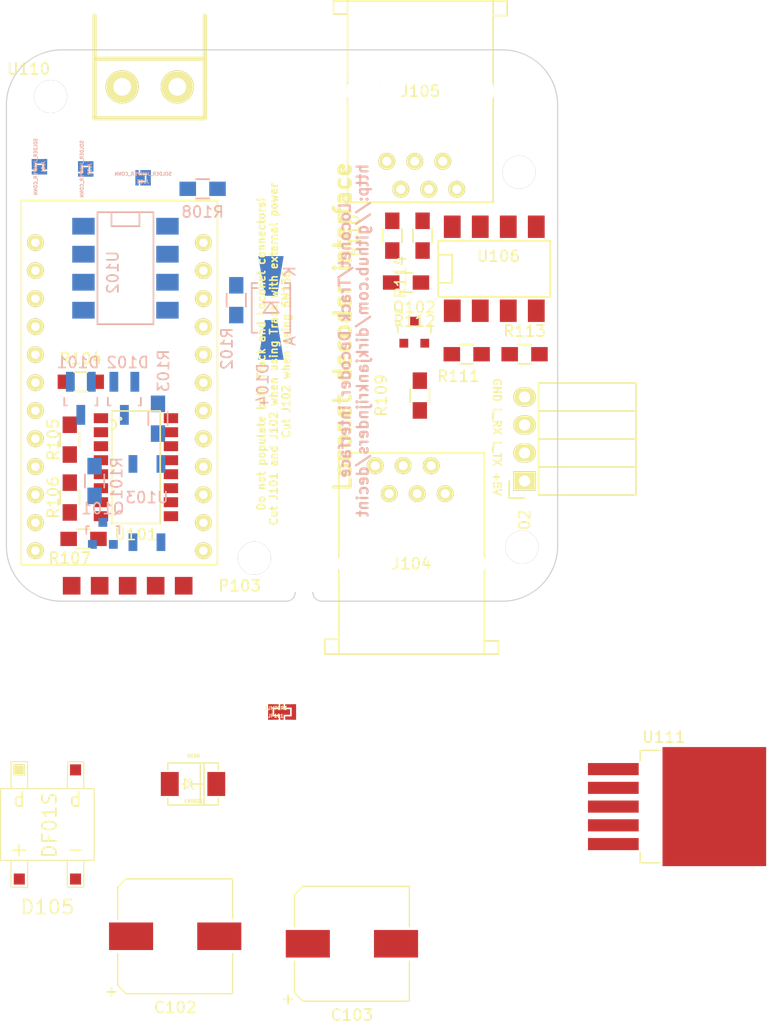
<source format=kicad_pcb>
(kicad_pcb (version 4) (host pcbnew 4.0.4-stable)

  (general
    (links 112)
    (no_connects 112)
    (area 178.949999 75.349999 229.050001 125.450001)
    (thickness 1.6)
    (drawings 16)
    (tracks 0)
    (zones 0)
    (modules 42)
    (nets 52)
  )

  (page A4)
  (layers
    (0 F.Cu signal)
    (31 B.Cu signal)
    (32 B.Adhes user)
    (33 F.Adhes user)
    (34 B.Paste user hide)
    (35 F.Paste user)
    (36 B.SilkS user)
    (37 F.SilkS user)
    (38 B.Mask user)
    (39 F.Mask user)
    (40 Dwgs.User user)
    (41 Cmts.User user)
    (42 Eco1.User user)
    (43 Eco2.User user)
    (44 Edge.Cuts user)
    (45 Margin user)
    (46 B.CrtYd user)
    (47 F.CrtYd user)
    (48 B.Fab user)
    (49 F.Fab user)
  )

  (setup
    (last_trace_width 0.25)
    (trace_clearance 0.2)
    (zone_clearance 0.508)
    (zone_45_only no)
    (trace_min 0.2)
    (segment_width 0.2)
    (edge_width 0.1)
    (via_size 0.6)
    (via_drill 0.4)
    (via_min_size 0.4)
    (via_min_drill 0.3)
    (uvia_size 0.3)
    (uvia_drill 0.1)
    (uvias_allowed no)
    (uvia_min_size 0.2)
    (uvia_min_drill 0.1)
    (pcb_text_width 0.3)
    (pcb_text_size 1.5 1.5)
    (mod_edge_width 0.15)
    (mod_text_size 1 1)
    (mod_text_width 0.15)
    (pad_size 3.25 2.15)
    (pad_drill 0)
    (pad_to_mask_clearance 0.2)
    (aux_axis_origin 0 0)
    (visible_elements FFFFF77F)
    (pcbplotparams
      (layerselection 0x310fc_80000001)
      (usegerberextensions true)
      (excludeedgelayer true)
      (linewidth 0.100000)
      (plotframeref false)
      (viasonmask false)
      (mode 1)
      (useauxorigin false)
      (hpglpennumber 1)
      (hpglpenspeed 20)
      (hpglpendiameter 15)
      (hpglpenoverlay 2)
      (psnegative false)
      (psa4output false)
      (plotreference true)
      (plotvalue true)
      (plotinvisibletext false)
      (padsonsilk false)
      (subtractmaskfromsilk false)
      (outputformat 1)
      (mirror false)
      (drillshape 0)
      (scaleselection 1)
      (outputdirectory Output/Rev.1/))
  )

  (net 0 "")
  (net 1 DC_GND)
  (net 2 DC_PLUS)
  (net 3 VCC)
  (net 4 Track_B)
  (net 5 Track_O)
  (net 6 "Net-(Q101-Pad1)")
  (net 7 "Net-(Q101-Pad2)")
  (net 8 "Net-(D101-Pad1)")
  (net 9 "Net-(D101-Pad3)")
  (net 10 "Net-(D104-Pad1)")
  (net 11 "Net-(R103-Pad2)")
  (net 12 FB1)
  (net 13 "Net-(R104-Pad2)")
  (net 14 FB2)
  (net 15 "Net-(R105-Pad2)")
  (net 16 FB3)
  (net 17 "Net-(R106-Pad2)")
  (net 18 FB4)
  (net 19 "Net-(R107-Pad2)")
  (net 20 tracksignal)
  (net 21 FBO1)
  (net 22 FBO2)
  (net 23 FBO_COMMON)
  (net 24 FBO3)
  (net 25 FBO4)
  (net 26 "Net-(J103-Pad1)")
  (net 27 "Net-(U105-Pad1)")
  (net 28 "Net-(U105-Pad4)")
  (net 29 "Net-(U105-Pad8)")
  (net 30 "Net-(U105-Pad11)")
  (net 31 "Net-(U105-Pad12)")
  (net 32 "Net-(U105-Pad13)")
  (net 33 "Net-(U105-Pad21)")
  (net 34 "Net-(U105-Pad24)")
  (net 35 Loconet)
  (net 36 Loconet_TX)
  (net 37 Loconet_RX)
  (net 38 "Net-(Q102-Pad1)")
  (net 39 "Net-(R110-Pad2)")
  (net 40 "Net-(R112-Pad2)")
  (net 41 "Net-(U105-Pad15)")
  (net 42 "Net-(U105-Pad22)")
  (net 43 "Net-(U105-Pad23)")
  (net 44 "Net-(U106-Pad5)")
  (net 45 "Net-(U106-Pad6)")
  (net 46 "Net-(C102-Pad1)")
  (net 47 "Net-(D106-Pad1)")
  (net 48 "Net-(JP101-Pad1)")
  (net 49 ACK)
  (net 50 "Net-(JP101-Pad3)")
  (net 51 GND)

  (net_class Default "This is the default net class."
    (clearance 0.2)
    (trace_width 0.25)
    (via_dia 0.6)
    (via_drill 0.4)
    (uvia_dia 0.3)
    (uvia_drill 0.1)
    (add_net ACK)
    (add_net DC_GND)
    (add_net DC_PLUS)
    (add_net FB1)
    (add_net FB2)
    (add_net FB3)
    (add_net FB4)
    (add_net FBO1)
    (add_net FBO2)
    (add_net FBO3)
    (add_net FBO4)
    (add_net FBO_COMMON)
    (add_net GND)
    (add_net Loconet)
    (add_net Loconet_RX)
    (add_net Loconet_TX)
    (add_net "Net-(C102-Pad1)")
    (add_net "Net-(D101-Pad1)")
    (add_net "Net-(D101-Pad3)")
    (add_net "Net-(D104-Pad1)")
    (add_net "Net-(D106-Pad1)")
    (add_net "Net-(J103-Pad1)")
    (add_net "Net-(JP101-Pad1)")
    (add_net "Net-(JP101-Pad3)")
    (add_net "Net-(Q101-Pad1)")
    (add_net "Net-(Q101-Pad2)")
    (add_net "Net-(Q102-Pad1)")
    (add_net "Net-(R103-Pad2)")
    (add_net "Net-(R104-Pad2)")
    (add_net "Net-(R105-Pad2)")
    (add_net "Net-(R106-Pad2)")
    (add_net "Net-(R107-Pad2)")
    (add_net "Net-(R110-Pad2)")
    (add_net "Net-(R112-Pad2)")
    (add_net "Net-(U105-Pad1)")
    (add_net "Net-(U105-Pad11)")
    (add_net "Net-(U105-Pad12)")
    (add_net "Net-(U105-Pad13)")
    (add_net "Net-(U105-Pad15)")
    (add_net "Net-(U105-Pad21)")
    (add_net "Net-(U105-Pad22)")
    (add_net "Net-(U105-Pad23)")
    (add_net "Net-(U105-Pad24)")
    (add_net "Net-(U105-Pad4)")
    (add_net "Net-(U105-Pad8)")
    (add_net "Net-(U106-Pad5)")
    (add_net "Net-(U106-Pad6)")
    (add_net Track_B)
    (add_net Track_O)
    (add_net VCC)
    (add_net tracksignal)
  )

  (module Resistors_SMD:R_0805_HandSoldering (layer B.Cu) (tedit 54189DEE) (tstamp 564ACEC4)
    (at 196.8 88)
    (descr "Resistor SMD 0805, hand soldering")
    (tags "resistor 0805")
    (path /564A063D)
    (attr smd)
    (fp_text reference R108 (at 0 2.1) (layer B.SilkS)
      (effects (font (size 1 1) (thickness 0.15)) (justify mirror))
    )
    (fp_text value 10k (at 0 3.25) (layer B.Fab)
      (effects (font (size 1 1) (thickness 0.15)) (justify mirror))
    )
    (fp_line (start -2.4 1) (end 2.4 1) (layer B.CrtYd) (width 0.05))
    (fp_line (start -2.4 -1) (end 2.4 -1) (layer B.CrtYd) (width 0.05))
    (fp_line (start -2.4 1) (end -2.4 -1) (layer B.CrtYd) (width 0.05))
    (fp_line (start 2.4 1) (end 2.4 -1) (layer B.CrtYd) (width 0.05))
    (fp_line (start 0.6 -0.875) (end -0.6 -0.875) (layer B.SilkS) (width 0.15))
    (fp_line (start -0.6 0.875) (end 0.6 0.875) (layer B.SilkS) (width 0.15))
    (pad 1 smd rect (at -1.35 0) (size 1.5 1.3) (layers B.Cu B.Paste B.Mask)
      (net 3 VCC))
    (pad 2 smd rect (at 1.35 0) (size 1.5 1.3) (layers B.Cu B.Paste B.Mask)
      (net 20 tracksignal))
    (model Resistors_SMD.3dshapes/R_0805_HandSoldering.wrl
      (at (xyz 0 0 0))
      (scale (xyz 1 1 1))
      (rotate (xyz 0 0 0))
    )
  )

  (module Connectors:RJ12_horizontal (layer F.Cu) (tedit 55520530) (tstamp 5652D1AE)
    (at 215.75 122)
    (path /564B7F7B)
    (fp_text reference J104 (at 0 0) (layer F.SilkS)
      (effects (font (size 1 1) (thickness 0.15)))
    )
    (fp_text value RJ12 (at 0 -2.54) (layer F.Fab)
      (effects (font (size 1 1) (thickness 0.15)))
    )
    (fp_line (start 6.604 8.2) (end 7.874 8.2) (layer F.SilkS) (width 0.15))
    (fp_line (start 7.874 8.2) (end 7.874 7) (layer F.SilkS) (width 0.15))
    (fp_line (start 7.874 7) (end 6.604 7) (layer F.SilkS) (width 0.15))
    (fp_line (start -6.604 8.2) (end -7.874 8.2) (layer F.SilkS) (width 0.15))
    (fp_line (start -7.874 8.128) (end -7.874 6.858) (layer F.SilkS) (width 0.15))
    (fp_line (start -7.874 6.858) (end -6.604 6.858) (layer F.SilkS) (width 0.15))
    (fp_line (start -6.605 -10.07) (end -6.605 8.2) (layer F.SilkS) (width 0.15))
    (fp_line (start 6.604 -10.07) (end 6.604 8.2) (layer F.SilkS) (width 0.15))
    (fp_line (start -6.605 8.2) (end 6.604 8.2) (layer F.SilkS) (width 0.15))
    (fp_line (start -6.605 -10.07) (end 6.605 -10.07) (layer F.SilkS) (width 0.15))
    (pad 3 thru_hole circle (at -0.762 -8.89) (size 1.524 1.524) (drill 0.8128) (layers *.Cu *.Mask F.SilkS)
      (net 35 Loconet))
    (pad 1 thru_hole circle (at -3.302 -8.89) (size 1.524 1.524) (drill 0.8128) (layers *.Cu *.Mask F.SilkS)
      (net 5 Track_O))
    (pad 5 thru_hole circle (at 1.778 -8.89) (size 1.524 1.524) (drill 0.8128) (layers *.Cu *.Mask F.SilkS)
      (net 51 GND))
    (pad 2 thru_hole circle (at -2.032 -6.35) (size 1.524 1.524) (drill 0.8128) (layers *.Cu *.Mask F.SilkS)
      (net 51 GND))
    (pad 4 thru_hole circle (at 0.508 -6.35) (size 1.524 1.524) (drill 0.8128) (layers *.Cu *.Mask F.SilkS)
      (net 35 Loconet))
    (pad 6 thru_hole circle (at 3.048 -6.35) (size 1.524 1.524) (drill 0.8128) (layers *.Cu *.Mask F.SilkS)
      (net 4 Track_B))
    (pad "" np_thru_hole circle (at 5.08 0) (size 3.25 3.25) (drill 3.25) (layers *.Cu *.Mask F.SilkS))
    (pad "" np_thru_hole circle (at -5.08 0) (size 3.25 3.25) (drill 3.25) (layers *.Cu *.Mask F.SilkS))
    (model "../../../../Users/dirkjan/Projects/Own/Loconet/MEBP 6-6S-4.wrl"
      (at (xyz 0 -0.415 0.33))
      (scale (xyz 0.3937 0.3937 0.3937))
      (rotate (xyz -90 0 0))
    )
  )

  (module Connectors:RJ12_horizontal (layer F.Cu) (tedit 55520530) (tstamp 5652D1B9)
    (at 216.548 79.15 180)
    (path /564F35B3)
    (fp_text reference J105 (at 0 0 180) (layer F.SilkS)
      (effects (font (size 1 1) (thickness 0.15)))
    )
    (fp_text value RJ12 (at 0 -2.54 180) (layer F.Fab)
      (effects (font (size 1 1) (thickness 0.15)))
    )
    (fp_line (start 6.604 8.2) (end 7.874 8.2) (layer F.SilkS) (width 0.15))
    (fp_line (start 7.874 8.2) (end 7.874 7) (layer F.SilkS) (width 0.15))
    (fp_line (start 7.874 7) (end 6.604 7) (layer F.SilkS) (width 0.15))
    (fp_line (start -6.604 8.2) (end -7.874 8.2) (layer F.SilkS) (width 0.15))
    (fp_line (start -7.874 8.128) (end -7.874 6.858) (layer F.SilkS) (width 0.15))
    (fp_line (start -7.874 6.858) (end -6.604 6.858) (layer F.SilkS) (width 0.15))
    (fp_line (start -6.605 -10.07) (end -6.605 8.2) (layer F.SilkS) (width 0.15))
    (fp_line (start 6.604 -10.07) (end 6.604 8.2) (layer F.SilkS) (width 0.15))
    (fp_line (start -6.605 8.2) (end 6.604 8.2) (layer F.SilkS) (width 0.15))
    (fp_line (start -6.605 -10.07) (end 6.605 -10.07) (layer F.SilkS) (width 0.15))
    (pad 3 thru_hole circle (at -0.762 -8.89 180) (size 1.524 1.524) (drill 0.8128) (layers *.Cu *.Mask F.SilkS)
      (net 35 Loconet))
    (pad 1 thru_hole circle (at -3.302 -8.89 180) (size 1.524 1.524) (drill 0.8128) (layers *.Cu *.Mask F.SilkS)
      (net 5 Track_O))
    (pad 5 thru_hole circle (at 1.778 -8.89 180) (size 1.524 1.524) (drill 0.8128) (layers *.Cu *.Mask F.SilkS)
      (net 51 GND))
    (pad 2 thru_hole circle (at -2.032 -6.35 180) (size 1.524 1.524) (drill 0.8128) (layers *.Cu *.Mask F.SilkS)
      (net 51 GND))
    (pad 4 thru_hole circle (at 0.508 -6.35 180) (size 1.524 1.524) (drill 0.8128) (layers *.Cu *.Mask F.SilkS)
      (net 35 Loconet))
    (pad 6 thru_hole circle (at 3.048 -6.35 180) (size 1.524 1.524) (drill 0.8128) (layers *.Cu *.Mask F.SilkS)
      (net 4 Track_B))
    (pad "" np_thru_hole circle (at 5.08 0 180) (size 3.25 3.25) (drill 3.25) (layers *.Cu *.Mask F.SilkS))
    (pad "" np_thru_hole circle (at -5.08 0 180) (size 3.25 3.25) (drill 3.25) (layers *.Cu *.Mask F.SilkS))
    (model "../../../../Users/dirkjan/Projects/Own/Loconet/MEBP 6-6S-4.wrl"
      (at (xyz 0 -0.415 0.33))
      (scale (xyz 0.3937 0.3937 0.3937))
      (rotate (xyz -90 0 0))
    )
  )

  (module Kicad_Library:2PIN_Screw_Block (layer F.Cu) (tedit 0) (tstamp 564ACE8D)
    (at 192.00064 75.45054 270)
    (path /564ACD75)
    (fp_text reference P101 (at 0 7.112 270) (layer F.SilkS) hide
      (effects (font (thickness 0.3048)))
    )
    (fp_text value CONN_01X02 (at -18.288 -8.636 270) (layer F.SilkS) hide
      (effects (font (thickness 0.3048)))
    )
    (fp_line (start 0.75184 -5.00126) (end 0.75184 5.00126) (layer F.SilkS) (width 0.381))
    (fp_line (start -3.1496 5.00126) (end 6.14934 5.00126) (layer F.SilkS) (width 0.381))
    (fp_line (start 6.14934 5.00126) (end 6.14934 -5.04952) (layer F.SilkS) (width 0.381))
    (fp_line (start -3.1496 -5.00126) (end 6.14934 -5.00126) (layer F.SilkS) (width 0.381))
    (fp_line (start 5.99948 4.95046) (end 5.99948 5.04952) (layer F.SilkS) (width 0.381))
    (pad 1 thru_hole circle (at 3.29946 -2.49936 270) (size 2.99974 2.99974) (drill 1.6002) (layers *.Cu *.Mask F.SilkS)
      (net 4 Track_B))
    (pad 2 thru_hole circle (at 3.29946 2.49936 270) (size 2.99974 2.99974) (drill 1.6002) (layers *.Cu *.Mask F.SilkS)
      (net 5 Track_O))
    (model walter/conn_screw/mstba_2,5-2-g-5,08.wrl
      (at (xyz 0.13 0 0))
      (scale (xyz 1 1 1))
      (rotate (xyz 0 0 -90))
    )
  )

  (module Housings_SOT-23_SOT-143_TSOT-6:SOT-23 (layer B.Cu) (tedit 564DE757) (tstamp 564ACE94)
    (at 187.75 119.25 180)
    (descr "SOT-23, Standard")
    (tags SOT-23)
    (path /5649FFFD)
    (attr smd)
    (fp_text reference Q101 (at 0 2.25 180) (layer B.SilkS)
      (effects (font (size 1 1) (thickness 0.15)) (justify mirror))
    )
    (fp_text value BC857 (at 0 -2.75 180) (layer B.Fab)
      (effects (font (size 1 1) (thickness 0.15)) (justify mirror))
    )
    (fp_line (start -1.65 1.6) (end 1.65 1.6) (layer B.CrtYd) (width 0.05))
    (fp_line (start 1.65 1.6) (end 1.65 -1.6) (layer B.CrtYd) (width 0.05))
    (fp_line (start 1.65 -1.6) (end -1.65 -1.6) (layer B.CrtYd) (width 0.05))
    (fp_line (start -1.65 -1.6) (end -1.65 1.6) (layer B.CrtYd) (width 0.05))
    (fp_line (start 1.29916 0.65024) (end 1.2509 0.65024) (layer B.SilkS) (width 0.15))
    (fp_line (start -1.49982 -0.0508) (end -1.49982 0.65024) (layer B.SilkS) (width 0.15))
    (fp_line (start -1.49982 0.65024) (end -1.2509 0.65024) (layer B.SilkS) (width 0.15))
    (fp_line (start 1.29916 0.65024) (end 1.49982 0.65024) (layer B.SilkS) (width 0.15))
    (fp_line (start 1.49982 0.65024) (end 1.49982 -0.0508) (layer B.SilkS) (width 0.15))
    (pad 1 smd rect (at -0.95 -1.00076 180) (size 0.8001 0.8001) (layers B.Cu B.Paste B.Mask)
      (net 6 "Net-(Q101-Pad1)"))
    (pad 2 smd rect (at 0.95 -1.00076 180) (size 0.8001 0.8001) (layers B.Cu B.Paste B.Mask)
      (net 7 "Net-(Q101-Pad2)"))
    (pad 3 smd rect (at 0 0.99822 180) (size 0.8001 0.8001) (layers B.Cu B.Paste B.Mask)
      (net 8 "Net-(D101-Pad1)"))
    (model Housings_SOT-23_SOT-143_TSOT-6.3dshapes/SOT-23.wrl
      (at (xyz 0 0 0))
      (scale (xyz 1 1 1))
      (rotate (xyz 0 0 0))
    )
  )

  (module Resistors_SMD:R_0805_HandSoldering (layer B.Cu) (tedit 564DE734) (tstamp 564ACE9A)
    (at 187 114.5 90)
    (descr "Resistor SMD 0805, hand soldering")
    (tags "resistor 0805")
    (path /564A0083)
    (attr smd)
    (fp_text reference R101 (at 0.25 2 90) (layer B.SilkS)
      (effects (font (size 1 1) (thickness 0.15)) (justify mirror))
    )
    (fp_text value 100 (at 0 -2.1 90) (layer B.Fab)
      (effects (font (size 1 1) (thickness 0.15)) (justify mirror))
    )
    (fp_line (start -2.4 1) (end 2.4 1) (layer B.CrtYd) (width 0.05))
    (fp_line (start -2.4 -1) (end 2.4 -1) (layer B.CrtYd) (width 0.05))
    (fp_line (start -2.4 1) (end -2.4 -1) (layer B.CrtYd) (width 0.05))
    (fp_line (start 2.4 1) (end 2.4 -1) (layer B.CrtYd) (width 0.05))
    (fp_line (start 0.6 -0.875) (end -0.6 -0.875) (layer B.SilkS) (width 0.15))
    (fp_line (start -0.6 0.875) (end 0.6 0.875) (layer B.SilkS) (width 0.15))
    (pad 1 smd rect (at -1.35 0 90) (size 1.5 1.3) (layers B.Cu B.Paste B.Mask)
      (net 7 "Net-(Q101-Pad2)"))
    (pad 2 smd rect (at 1.35 0 90) (size 1.5 1.3) (layers B.Cu B.Paste B.Mask)
      (net 9 "Net-(D101-Pad3)"))
    (model Resistors_SMD.3dshapes/R_0805_HandSoldering.wrl
      (at (xyz 0 0 0))
      (scale (xyz 1 1 1))
      (rotate (xyz 0 0 0))
    )
  )

  (module Resistors_SMD:R_0805_HandSoldering (layer B.Cu) (tedit 54189DEE) (tstamp 564ACEA0)
    (at 199.85 98.1 270)
    (descr "Resistor SMD 0805, hand soldering")
    (tags "resistor 0805")
    (path /564A08B8)
    (attr smd)
    (fp_text reference R102 (at 4.4 0.85 270) (layer B.SilkS)
      (effects (font (size 1 1) (thickness 0.15)) (justify mirror))
    )
    (fp_text value 1k5 (at 3.9 -0.4 270) (layer B.Fab)
      (effects (font (size 1 1) (thickness 0.15)) (justify mirror))
    )
    (fp_line (start -2.4 1) (end 2.4 1) (layer B.CrtYd) (width 0.05))
    (fp_line (start -2.4 -1) (end 2.4 -1) (layer B.CrtYd) (width 0.05))
    (fp_line (start -2.4 1) (end -2.4 -1) (layer B.CrtYd) (width 0.05))
    (fp_line (start 2.4 1) (end 2.4 -1) (layer B.CrtYd) (width 0.05))
    (fp_line (start 0.6 -0.875) (end -0.6 -0.875) (layer B.SilkS) (width 0.15))
    (fp_line (start -0.6 0.875) (end 0.6 0.875) (layer B.SilkS) (width 0.15))
    (pad 1 smd rect (at -1.35 0 270) (size 1.5 1.3) (layers B.Cu B.Paste B.Mask)
      (net 10 "Net-(D104-Pad1)"))
    (pad 2 smd rect (at 1.35 0 270) (size 1.5 1.3) (layers B.Cu B.Paste B.Mask)
      (net 5 Track_O))
    (model Resistors_SMD.3dshapes/R_0805_HandSoldering.wrl
      (at (xyz 0 0 0))
      (scale (xyz 1 1 1))
      (rotate (xyz 0 0 0))
    )
  )

  (module Resistors_SMD:R_0805_HandSoldering (layer B.Cu) (tedit 564DE6A9) (tstamp 564ACEA6)
    (at 192.75 108.85 270)
    (descr "Resistor SMD 0805, hand soldering")
    (tags "resistor 0805")
    (path /5649F996)
    (attr smd)
    (fp_text reference R103 (at -4.35 -0.5 270) (layer B.SilkS)
      (effects (font (size 1 1) (thickness 0.15)) (justify mirror))
    )
    (fp_text value 1k (at -1.85 -1.75 270) (layer B.Fab)
      (effects (font (size 1 1) (thickness 0.15)) (justify mirror))
    )
    (fp_line (start -2.4 1) (end 2.4 1) (layer B.CrtYd) (width 0.05))
    (fp_line (start -2.4 -1) (end 2.4 -1) (layer B.CrtYd) (width 0.05))
    (fp_line (start -2.4 1) (end -2.4 -1) (layer B.CrtYd) (width 0.05))
    (fp_line (start 2.4 1) (end 2.4 -1) (layer B.CrtYd) (width 0.05))
    (fp_line (start 0.6 -0.875) (end -0.6 -0.875) (layer B.SilkS) (width 0.15))
    (fp_line (start -0.6 0.875) (end 0.6 0.875) (layer B.SilkS) (width 0.15))
    (pad 1 smd rect (at -1.35 0 270) (size 1.5 1.3) (layers B.Cu B.Paste B.Mask)
      (net 49 ACK))
    (pad 2 smd rect (at 1.35 0 270) (size 1.5 1.3) (layers B.Cu B.Paste B.Mask)
      (net 11 "Net-(R103-Pad2)"))
    (model Resistors_SMD.3dshapes/R_0805_HandSoldering.wrl
      (at (xyz 0 0 0))
      (scale (xyz 1 1 1))
      (rotate (xyz 0 0 0))
    )
  )

  (module Resistors_SMD:R_0805_HandSoldering (layer F.Cu) (tedit 564DE6BE) (tstamp 564ACEAC)
    (at 185.75 105.5)
    (descr "Resistor SMD 0805, hand soldering")
    (tags "resistor 0805")
    (path /564A3ADE)
    (attr smd)
    (fp_text reference R104 (at 0 -2.1) (layer F.SilkS)
      (effects (font (size 1 1) (thickness 0.15)))
    )
    (fp_text value 1k (at 0 1.75) (layer F.Fab)
      (effects (font (size 1 1) (thickness 0.15)))
    )
    (fp_line (start -2.4 -1) (end 2.4 -1) (layer F.CrtYd) (width 0.05))
    (fp_line (start -2.4 1) (end 2.4 1) (layer F.CrtYd) (width 0.05))
    (fp_line (start -2.4 -1) (end -2.4 1) (layer F.CrtYd) (width 0.05))
    (fp_line (start 2.4 -1) (end 2.4 1) (layer F.CrtYd) (width 0.05))
    (fp_line (start 0.6 0.875) (end -0.6 0.875) (layer F.SilkS) (width 0.15))
    (fp_line (start -0.6 -0.875) (end 0.6 -0.875) (layer F.SilkS) (width 0.15))
    (pad 1 smd rect (at -1.35 0) (size 1.5 1.3) (layers F.Cu F.Paste F.Mask)
      (net 12 FB1))
    (pad 2 smd rect (at 1.35 0) (size 1.5 1.3) (layers F.Cu F.Paste F.Mask)
      (net 13 "Net-(R104-Pad2)"))
    (model Resistors_SMD.3dshapes/R_0805_HandSoldering.wrl
      (at (xyz 0 0 0))
      (scale (xyz 1 1 1))
      (rotate (xyz 0 0 0))
    )
  )

  (module Resistors_SMD:R_0805_HandSoldering (layer F.Cu) (tedit 564DE6B6) (tstamp 564ACEB2)
    (at 184.75 110.75 90)
    (descr "Resistor SMD 0805, hand soldering")
    (tags "resistor 0805")
    (path /564A3B38)
    (attr smd)
    (fp_text reference R105 (at 0 -1.5 90) (layer F.SilkS)
      (effects (font (size 1 1) (thickness 0.15)))
    )
    (fp_text value 1k (at 0 1.5 90) (layer F.Fab)
      (effects (font (size 1 1) (thickness 0.15)))
    )
    (fp_line (start -2.4 -1) (end 2.4 -1) (layer F.CrtYd) (width 0.05))
    (fp_line (start -2.4 1) (end 2.4 1) (layer F.CrtYd) (width 0.05))
    (fp_line (start -2.4 -1) (end -2.4 1) (layer F.CrtYd) (width 0.05))
    (fp_line (start 2.4 -1) (end 2.4 1) (layer F.CrtYd) (width 0.05))
    (fp_line (start 0.6 0.875) (end -0.6 0.875) (layer F.SilkS) (width 0.15))
    (fp_line (start -0.6 -0.875) (end 0.6 -0.875) (layer F.SilkS) (width 0.15))
    (pad 1 smd rect (at -1.35 0 90) (size 1.5 1.3) (layers F.Cu F.Paste F.Mask)
      (net 14 FB2))
    (pad 2 smd rect (at 1.35 0 90) (size 1.5 1.3) (layers F.Cu F.Paste F.Mask)
      (net 15 "Net-(R105-Pad2)"))
    (model Resistors_SMD.3dshapes/R_0805_HandSoldering.wrl
      (at (xyz 0 0 0))
      (scale (xyz 1 1 1))
      (rotate (xyz 0 0 0))
    )
  )

  (module Resistors_SMD:R_0805_HandSoldering (layer F.Cu) (tedit 564DE6C7) (tstamp 564ACEB8)
    (at 184.75 116 90)
    (descr "Resistor SMD 0805, hand soldering")
    (tags "resistor 0805")
    (path /564A3BAB)
    (attr smd)
    (fp_text reference R106 (at 0 -1.5 90) (layer F.SilkS)
      (effects (font (size 1 1) (thickness 0.15)))
    )
    (fp_text value 1k (at 0 1.5 90) (layer F.Fab)
      (effects (font (size 1 1) (thickness 0.15)))
    )
    (fp_line (start -2.4 -1) (end 2.4 -1) (layer F.CrtYd) (width 0.05))
    (fp_line (start -2.4 1) (end 2.4 1) (layer F.CrtYd) (width 0.05))
    (fp_line (start -2.4 -1) (end -2.4 1) (layer F.CrtYd) (width 0.05))
    (fp_line (start 2.4 -1) (end 2.4 1) (layer F.CrtYd) (width 0.05))
    (fp_line (start 0.6 0.875) (end -0.6 0.875) (layer F.SilkS) (width 0.15))
    (fp_line (start -0.6 -0.875) (end 0.6 -0.875) (layer F.SilkS) (width 0.15))
    (pad 1 smd rect (at -1.35 0 90) (size 1.5 1.3) (layers F.Cu F.Paste F.Mask)
      (net 16 FB3))
    (pad 2 smd rect (at 1.35 0 90) (size 1.5 1.3) (layers F.Cu F.Paste F.Mask)
      (net 17 "Net-(R106-Pad2)"))
    (model Resistors_SMD.3dshapes/R_0805_HandSoldering.wrl
      (at (xyz 0 0 0))
      (scale (xyz 1 1 1))
      (rotate (xyz 0 0 0))
    )
  )

  (module Resistors_SMD:R_0805_HandSoldering (layer F.Cu) (tedit 564DE6CD) (tstamp 564ACEBE)
    (at 186 119.75)
    (descr "Resistor SMD 0805, hand soldering")
    (tags "resistor 0805")
    (path /564A3C7F)
    (attr smd)
    (fp_text reference R107 (at -1.25 1.75) (layer F.SilkS)
      (effects (font (size 1 1) (thickness 0.15)))
    )
    (fp_text value 1k (at 1.5 1.75) (layer F.Fab)
      (effects (font (size 1 1) (thickness 0.15)))
    )
    (fp_line (start -2.4 -1) (end 2.4 -1) (layer F.CrtYd) (width 0.05))
    (fp_line (start -2.4 1) (end 2.4 1) (layer F.CrtYd) (width 0.05))
    (fp_line (start -2.4 -1) (end -2.4 1) (layer F.CrtYd) (width 0.05))
    (fp_line (start 2.4 -1) (end 2.4 1) (layer F.CrtYd) (width 0.05))
    (fp_line (start 0.6 0.875) (end -0.6 0.875) (layer F.SilkS) (width 0.15))
    (fp_line (start -0.6 -0.875) (end 0.6 -0.875) (layer F.SilkS) (width 0.15))
    (pad 1 smd rect (at -1.35 0) (size 1.5 1.3) (layers F.Cu F.Paste F.Mask)
      (net 18 FB4))
    (pad 2 smd rect (at 1.35 0) (size 1.5 1.3) (layers F.Cu F.Paste F.Mask)
      (net 19 "Net-(R107-Pad2)"))
    (model Resistors_SMD.3dshapes/R_0805_HandSoldering.wrl
      (at (xyz 0 0 0))
      (scale (xyz 1 1 1))
      (rotate (xyz 0 0 0))
    )
  )

  (module SMD_Packages:DIP-8_SMD (layer B.Cu) (tedit 0) (tstamp 564ACEE4)
    (at 189.8 95.2 270)
    (descr "DIP-8_300 smd shape")
    (tags "smd cms 8dip")
    (path /5649FA27)
    (attr smd)
    (fp_text reference U102 (at 0.381 1.143 270) (layer B.SilkS)
      (effects (font (size 1 1) (thickness 0.15)) (justify mirror))
    )
    (fp_text value 6N137 (at 0.25 -1 270) (layer B.Fab)
      (effects (font (size 1 1) (thickness 0.15)) (justify mirror))
    )
    (fp_line (start -5.08 2.54) (end -5.08 -2.54) (layer B.SilkS) (width 0.15))
    (fp_line (start -5.08 -2.54) (end 5.08 -2.54) (layer B.SilkS) (width 0.15))
    (fp_line (start 5.08 -2.54) (end 5.08 2.54) (layer B.SilkS) (width 0.15))
    (fp_line (start 5.08 2.54) (end -5.08 2.54) (layer B.SilkS) (width 0.15))
    (fp_line (start -5.08 1.27) (end -3.81 1.27) (layer B.SilkS) (width 0.15))
    (fp_line (start -3.81 1.27) (end -3.81 -1.27) (layer B.SilkS) (width 0.15))
    (fp_line (start -3.81 -1.27) (end -5.08 -1.27) (layer B.SilkS) (width 0.15))
    (pad 1 smd rect (at -3.81 -3.81 270) (size 1.524 2.032) (layers B.Cu B.Paste B.Mask))
    (pad 2 smd rect (at -1.27 -3.81 270) (size 1.524 2.032) (layers B.Cu B.Paste B.Mask)
      (net 10 "Net-(D104-Pad1)"))
    (pad 3 smd rect (at 1.27 -3.81 270) (size 1.524 2.032) (layers B.Cu B.Paste B.Mask)
      (net 4 Track_B))
    (pad 4 smd rect (at 3.81 -3.81 270) (size 1.524 2.032) (layers B.Cu B.Paste B.Mask))
    (pad 5 smd rect (at 3.81 3.81 270) (size 1.524 2.032) (layers B.Cu B.Paste B.Mask)
      (net 51 GND))
    (pad 6 smd rect (at 1.27 3.81 270) (size 1.524 2.032) (layers B.Cu B.Paste B.Mask)
      (net 20 tracksignal))
    (pad 7 smd rect (at -1.27 3.81 270) (size 1.524 2.032) (layers B.Cu B.Paste B.Mask)
      (net 26 "Net-(J103-Pad1)"))
    (pad 8 smd rect (at -3.81 3.81 270) (size 1.524 2.032) (layers B.Cu B.Paste B.Mask)
      (net 3 VCC))
    (model SMD_Packages.3dshapes/DIP-8_SMD.wrl
      (at (xyz 0 0 0))
      (scale (xyz 1 0.5 0.8))
      (rotate (xyz 0 0 0))
    )
  )

  (module Kicad_Library:Arduino_Pro_Micro (layer F.Cu) (tedit 564DE5D9) (tstamp 564ACF04)
    (at 189.25 100.5)
    (path /564ACCD8)
    (fp_text reference U105 (at 0.5 0.75) (layer F.SilkS) hide
      (effects (font (size 1 1) (thickness 0.15)))
    )
    (fp_text value Arduino_Pro_Micro (at 0 -0.5) (layer F.Fab) hide
      (effects (font (size 1 1) (thickness 0.15)))
    )
    (fp_line (start -8.89 21.59) (end 8.89 21.59) (layer F.SilkS) (width 0.15))
    (fp_line (start 8.89 21.59) (end 8.89 -11.43) (layer F.SilkS) (width 0.15))
    (fp_line (start 8.89 -11.43) (end -8.89 -11.43) (layer F.SilkS) (width 0.15))
    (fp_line (start -8.89 -11.43) (end -8.89 21.59) (layer F.SilkS) (width 0.15))
    (pad 1 thru_hole circle (at 7.62 20.32) (size 1.524 1.524) (drill 0.762) (layers *.Cu *.Mask F.SilkS)
      (net 27 "Net-(U105-Pad1)"))
    (pad 2 thru_hole circle (at 7.62 17.78) (size 1.524 1.524) (drill 0.762) (layers *.Cu *.Mask F.SilkS)
      (net 48 "Net-(JP101-Pad1)"))
    (pad 3 thru_hole circle (at 7.62 15.24) (size 1.524 1.524) (drill 0.762) (layers *.Cu *.Mask F.SilkS)
      (net 20 tracksignal))
    (pad 4 thru_hole circle (at 7.62 12.7) (size 1.524 1.524) (drill 0.762) (layers *.Cu *.Mask F.SilkS)
      (net 28 "Net-(U105-Pad4)"))
    (pad 5 thru_hole circle (at 7.62 10.16) (size 1.524 1.524) (drill 0.762) (layers *.Cu *.Mask F.SilkS)
      (net 36 Loconet_TX))
    (pad 6 thru_hole circle (at 7.62 7.62) (size 1.524 1.524) (drill 0.762) (layers *.Cu *.Mask F.SilkS)
      (net 50 "Net-(JP101-Pad3)"))
    (pad 7 thru_hole circle (at 7.62 5.08) (size 1.524 1.524) (drill 0.762) (layers *.Cu *.Mask F.SilkS)
      (net 49 ACK))
    (pad 8 thru_hole circle (at 7.62 2.54) (size 1.524 1.524) (drill 0.762) (layers *.Cu *.Mask F.SilkS)
      (net 29 "Net-(U105-Pad8)"))
    (pad 9 thru_hole circle (at 7.62 0) (size 1.524 1.524) (drill 0.762) (layers *.Cu *.Mask F.SilkS)
      (net 51 GND))
    (pad 10 thru_hole circle (at 7.62 -2.54) (size 1.524 1.524) (drill 0.762) (layers *.Cu *.Mask F.SilkS)
      (net 51 GND))
    (pad 11 thru_hole circle (at 7.62 -5.08) (size 1.524 1.524) (drill 0.762) (layers *.Cu *.Mask F.SilkS)
      (net 30 "Net-(U105-Pad11)"))
    (pad 12 thru_hole circle (at 7.62 -7.62) (size 1.524 1.524) (drill 0.762) (layers *.Cu *.Mask F.SilkS)
      (net 31 "Net-(U105-Pad12)"))
    (pad 13 thru_hole circle (at -7.62 -7.62) (size 1.524 1.524) (drill 0.762) (layers *.Cu *.Mask F.SilkS)
      (net 32 "Net-(U105-Pad13)"))
    (pad 14 thru_hole circle (at -7.62 -5.08) (size 1.524 1.524) (drill 0.762) (layers *.Cu *.Mask F.SilkS)
      (net 51 GND))
    (pad 15 thru_hole circle (at -7.62 -2.54) (size 1.524 1.524) (drill 0.762) (layers *.Cu *.Mask F.SilkS)
      (net 41 "Net-(U105-Pad15)"))
    (pad 16 thru_hole circle (at -7.62 0) (size 1.524 1.524) (drill 0.762) (layers *.Cu *.Mask F.SilkS)
      (net 3 VCC))
    (pad 17 thru_hole circle (at -7.62 2.54) (size 1.524 1.524) (drill 0.762) (layers *.Cu *.Mask F.SilkS)
      (net 12 FB1))
    (pad 18 thru_hole circle (at -7.62 5.08) (size 1.524 1.524) (drill 0.762) (layers *.Cu *.Mask F.SilkS)
      (net 14 FB2))
    (pad 19 thru_hole circle (at -7.62 7.62) (size 1.524 1.524) (drill 0.762) (layers *.Cu *.Mask F.SilkS)
      (net 16 FB3))
    (pad 20 thru_hole circle (at -7.62 10.16) (size 1.524 1.524) (drill 0.762) (layers *.Cu *.Mask F.SilkS)
      (net 18 FB4))
    (pad 21 thru_hole circle (at -7.62 12.7) (size 1.524 1.524) (drill 0.762) (layers *.Cu *.Mask F.SilkS)
      (net 33 "Net-(U105-Pad21)"))
    (pad 22 thru_hole circle (at -7.62 15.24) (size 1.524 1.524) (drill 0.762) (layers *.Cu *.Mask F.SilkS)
      (net 42 "Net-(U105-Pad22)"))
    (pad 23 thru_hole circle (at -7.62 17.78) (size 1.524 1.524) (drill 0.762) (layers *.Cu *.Mask F.SilkS)
      (net 43 "Net-(U105-Pad23)"))
    (pad 24 thru_hole circle (at -7.62 20.32) (size 1.524 1.524) (drill 0.762) (layers *.Cu *.Mask F.SilkS)
      (net 34 "Net-(U105-Pad24)"))
  )

  (module Housings_SOT-23_SOT-143_TSOT-6:SOT-23_Handsoldering (layer B.Cu) (tedit 564DE728) (tstamp 564B89D1)
    (at 185.75 107)
    (descr "SOT-23, Handsoldering")
    (tags SOT-23)
    (path /5649FECD)
    (attr smd)
    (fp_text reference D101 (at -0.25 -3.25) (layer B.SilkS)
      (effects (font (size 1 1) (thickness 0.15)) (justify mirror))
    )
    (fp_text value BAV199 (at -0.5 -4.75) (layer B.Fab)
      (effects (font (size 1 1) (thickness 0.15)) (justify mirror))
    )
    (fp_line (start -1.49982 -0.0508) (end -1.49982 0.65024) (layer B.SilkS) (width 0.15))
    (fp_line (start -1.49982 0.65024) (end -1.2509 0.65024) (layer B.SilkS) (width 0.15))
    (fp_line (start 1.29916 0.65024) (end 1.49982 0.65024) (layer B.SilkS) (width 0.15))
    (fp_line (start 1.49982 0.65024) (end 1.49982 -0.0508) (layer B.SilkS) (width 0.15))
    (pad 1 smd rect (at -0.95 -1.50114) (size 0.8001 1.80086) (layers B.Cu B.Paste B.Mask)
      (net 8 "Net-(D101-Pad1)"))
    (pad 2 smd rect (at 0.95 -1.50114) (size 0.8001 1.80086) (layers B.Cu B.Paste B.Mask)
      (net 5 Track_O))
    (pad 3 smd rect (at 0 1.50114) (size 0.8001 1.80086) (layers B.Cu B.Paste B.Mask)
      (net 9 "Net-(D101-Pad3)"))
    (model Housings_SOT-23_SOT-143_TSOT-6.3dshapes/SOT-23_Handsoldering.wrl
      (at (xyz 0 0 0))
      (scale (xyz 1 1 1))
      (rotate (xyz 0 0 0))
    )
  )

  (module Housings_SOT-23_SOT-143_TSOT-6:SOT-23_Handsoldering (layer B.Cu) (tedit 564DE713) (tstamp 564B89D8)
    (at 189.7 107.00114)
    (descr "SOT-23, Handsoldering")
    (tags SOT-23)
    (path /564F3B2E)
    (attr smd)
    (fp_text reference D102 (at 0.3 -3.25114) (layer B.SilkS)
      (effects (font (size 1 1) (thickness 0.15)) (justify mirror))
    )
    (fp_text value BAV199 (at 1.3 -5.00114) (layer B.Fab)
      (effects (font (size 1 1) (thickness 0.15)) (justify mirror))
    )
    (fp_line (start -1.49982 -0.0508) (end -1.49982 0.65024) (layer B.SilkS) (width 0.15))
    (fp_line (start -1.49982 0.65024) (end -1.2509 0.65024) (layer B.SilkS) (width 0.15))
    (fp_line (start 1.29916 0.65024) (end 1.49982 0.65024) (layer B.SilkS) (width 0.15))
    (fp_line (start 1.49982 0.65024) (end 1.49982 -0.0508) (layer B.SilkS) (width 0.15))
    (pad 1 smd rect (at -0.95 -1.50114) (size 0.8001 1.80086) (layers B.Cu B.Paste B.Mask)
      (net 8 "Net-(D101-Pad1)"))
    (pad 2 smd rect (at 0.95 -1.50114) (size 0.8001 1.80086) (layers B.Cu B.Paste B.Mask)
      (net 4 Track_B))
    (pad 3 smd rect (at 0 1.50114) (size 0.8001 1.80086) (layers B.Cu B.Paste B.Mask)
      (net 9 "Net-(D101-Pad3)"))
    (model Housings_SOT-23_SOT-143_TSOT-6.3dshapes/SOT-23_Handsoldering.wrl
      (at (xyz 0 0 0))
      (scale (xyz 1 1 1))
      (rotate (xyz 0 0 0))
    )
  )

  (module Diodes_SMD:Diode-Universal-SMA-SMB_Handsoldering (layer B.Cu) (tedit 552FF496) (tstamp 564B89E4)
    (at 203 98.8 270)
    (descr "Diode, Universal, SMA, SMB, Handsoldering,")
    (tags "Diode Universal SMA SMB Handsoldering ")
    (path /564A07B8)
    (attr smd)
    (fp_text reference D104 (at 6.95 0.75 270) (layer B.SilkS)
      (effects (font (size 1 1) (thickness 0.15)) (justify mirror))
    )
    (fp_text value 1N4148 (at 7.95 -0.75 270) (layer B.Fab)
      (effects (font (size 1 1) (thickness 0.15)) (justify mirror))
    )
    (fp_line (start -0.49958 0) (end 0.45038 0.70104) (layer B.SilkS) (width 0.15))
    (fp_line (start 0.45038 0.70104) (end 0.45038 -0.70104) (layer B.SilkS) (width 0.15))
    (fp_line (start 0.45038 -0.70104) (end -0.49958 0) (layer B.SilkS) (width 0.15))
    (fp_line (start -0.49958 0.70104) (end -0.49958 -0.70104) (layer B.SilkS) (width 0.15))
    (fp_line (start -2.25044 -1.39954) (end -2.25044 -1.24968) (layer B.SilkS) (width 0.15))
    (fp_line (start -2.25044 1.39954) (end -2.25044 1.24968) (layer B.SilkS) (width 0.15))
    (fp_line (start -1.79914 -1.39954) (end -1.79914 -1.19888) (layer B.SilkS) (width 0.15))
    (fp_line (start 2.25044 -1.34874) (end 2.25044 -1.24968) (layer B.SilkS) (width 0.15))
    (fp_line (start -1.79914 1.34874) (end -1.79914 1.19888) (layer B.SilkS) (width 0.15))
    (fp_line (start 2.25044 1.39954) (end 2.25044 1.24968) (layer B.SilkS) (width 0.15))
    (fp_text user K (at -3.3 -1.7 270) (layer B.SilkS)
      (effects (font (size 1 1) (thickness 0.15)) (justify mirror))
    )
    (fp_text user A (at 2.99974 -1.69926 270) (layer B.SilkS)
      (effects (font (size 1 1) (thickness 0.15)) (justify mirror))
    )
    (fp_line (start -1.79914 -1.75006) (end -1.79914 -1.39954) (layer B.SilkS) (width 0.15))
    (fp_line (start -1.79914 1.75006) (end -1.79914 1.39954) (layer B.SilkS) (width 0.15))
    (fp_line (start 2.25044 -1.75006) (end 2.25044 -1.39954) (layer B.SilkS) (width 0.15))
    (fp_line (start -2.25044 -1.75006) (end -2.25044 -1.39954) (layer B.SilkS) (width 0.15))
    (fp_line (start -2.25044 1.75006) (end -2.25044 1.39954) (layer B.SilkS) (width 0.15))
    (fp_line (start 2.25044 1.75006) (end 2.25044 1.39954) (layer B.SilkS) (width 0.15))
    (fp_line (start -2.25044 -1.75006) (end 2.25044 -1.75006) (layer B.SilkS) (width 0.15))
    (fp_line (start -2.25044 1.75006) (end 2.25044 1.75006) (layer B.SilkS) (width 0.15))
    (pad 1 smd trapezoid (at -2.90068 0 270) (size 3.60172 1.69926) (rect_delta 0.59944 0 ) (layers B.Cu B.Paste B.Mask)
      (net 10 "Net-(D104-Pad1)"))
    (pad 2 smd trapezoid (at 2.90068 0 90) (size 3.60172 1.69926) (rect_delta 0.59944 0 ) (layers B.Cu B.Paste B.Mask)
      (net 4 Track_B))
    (model Diodes_SMD.3dshapes/Diode-Universal-SMA-SMB_Handsoldering.wrl
      (at (xyz 0 0 0))
      (scale (xyz 0.3937 0.3937 0.3937))
      (rotate (xyz 0 0 180))
    )
  )

  (module Socket_Strips:Socket_Strip_Angled_1x04 (layer F.Cu) (tedit 564DE1EF) (tstamp 564B8A16)
    (at 226 114.5 90)
    (descr "Through hole socket strip")
    (tags "socket strip")
    (path /564B7FE1)
    (fp_text reference P102 (at -4.5 0 90) (layer F.SilkS)
      (effects (font (size 1 1) (thickness 0.15)))
    )
    (fp_text value CONN_01X04 (at 0 -2.75 90) (layer F.Fab) hide
      (effects (font (size 1 1) (thickness 0.15)))
    )
    (fp_line (start -1.75 -1.5) (end -1.75 10.6) (layer F.CrtYd) (width 0.05))
    (fp_line (start 9.4 -1.5) (end 9.4 10.6) (layer F.CrtYd) (width 0.05))
    (fp_line (start -1.75 -1.5) (end 9.4 -1.5) (layer F.CrtYd) (width 0.05))
    (fp_line (start -1.75 10.6) (end 9.4 10.6) (layer F.CrtYd) (width 0.05))
    (fp_line (start 8.89 10.1) (end 8.89 1.27) (layer F.SilkS) (width 0.15))
    (fp_line (start 6.35 10.1) (end 8.89 10.1) (layer F.SilkS) (width 0.15))
    (fp_line (start 6.35 1.27) (end 8.89 1.27) (layer F.SilkS) (width 0.15))
    (fp_line (start 3.81 1.27) (end 6.35 1.27) (layer F.SilkS) (width 0.15))
    (fp_line (start 3.81 10.1) (end 6.35 10.1) (layer F.SilkS) (width 0.15))
    (fp_line (start 6.35 10.1) (end 6.35 1.27) (layer F.SilkS) (width 0.15))
    (fp_line (start 3.81 10.1) (end 3.81 1.27) (layer F.SilkS) (width 0.15))
    (fp_line (start 1.27 10.1) (end 3.81 10.1) (layer F.SilkS) (width 0.15))
    (fp_line (start 1.27 1.27) (end 1.27 10.1) (layer F.SilkS) (width 0.15))
    (fp_line (start 1.27 1.27) (end 3.81 1.27) (layer F.SilkS) (width 0.15))
    (fp_line (start -1.27 1.27) (end 1.27 1.27) (layer F.SilkS) (width 0.15))
    (fp_line (start 0 -1.4) (end -1.55 -1.4) (layer F.SilkS) (width 0.15))
    (fp_line (start -1.55 -1.4) (end -1.55 0) (layer F.SilkS) (width 0.15))
    (fp_line (start -1.27 1.27) (end -1.27 10.1) (layer F.SilkS) (width 0.15))
    (fp_line (start -1.27 10.1) (end 1.27 10.1) (layer F.SilkS) (width 0.15))
    (fp_line (start 1.27 10.1) (end 1.27 1.27) (layer F.SilkS) (width 0.15))
    (pad 1 thru_hole rect (at 0 0 90) (size 1.7272 2.032) (drill 1.016) (layers *.Cu *.Mask F.SilkS)
      (net 3 VCC))
    (pad 2 thru_hole oval (at 2.54 0 90) (size 1.7272 2.032) (drill 1.016) (layers *.Cu *.Mask F.SilkS)
      (net 36 Loconet_TX))
    (pad 3 thru_hole oval (at 5.08 0 90) (size 1.7272 2.032) (drill 1.016) (layers *.Cu *.Mask F.SilkS)
      (net 37 Loconet_RX))
    (pad 4 thru_hole oval (at 7.62 0 90) (size 1.7272 2.032) (drill 1.016) (layers *.Cu *.Mask F.SilkS)
      (net 51 GND))
    (model Socket_Strips.3dshapes/Socket_Strip_Angled_1x04.wrl
      (at (xyz 0.15 0 0))
      (scale (xyz 1 1 1))
      (rotate (xyz 0 0 180))
    )
  )

  (module Housings_SOT-23_SOT-143_TSOT-6:SOT-23 (layer F.Cu) (tedit 564DE375) (tstamp 564B8A1D)
    (at 216 101)
    (descr "SOT-23, Standard")
    (tags SOT-23)
    (path /564B55B8)
    (attr smd)
    (fp_text reference Q102 (at 0 -2.25) (layer F.SilkS)
      (effects (font (size 1 1) (thickness 0.15)))
    )
    (fp_text value BC849 (at -0.5 2.5) (layer F.Fab)
      (effects (font (size 1 1) (thickness 0.15)))
    )
    (fp_line (start -1.65 -1.6) (end 1.65 -1.6) (layer F.CrtYd) (width 0.05))
    (fp_line (start 1.65 -1.6) (end 1.65 1.6) (layer F.CrtYd) (width 0.05))
    (fp_line (start 1.65 1.6) (end -1.65 1.6) (layer F.CrtYd) (width 0.05))
    (fp_line (start -1.65 1.6) (end -1.65 -1.6) (layer F.CrtYd) (width 0.05))
    (fp_line (start 1.29916 -0.65024) (end 1.2509 -0.65024) (layer F.SilkS) (width 0.15))
    (fp_line (start -1.49982 0.0508) (end -1.49982 -0.65024) (layer F.SilkS) (width 0.15))
    (fp_line (start -1.49982 -0.65024) (end -1.2509 -0.65024) (layer F.SilkS) (width 0.15))
    (fp_line (start 1.29916 -0.65024) (end 1.49982 -0.65024) (layer F.SilkS) (width 0.15))
    (fp_line (start 1.49982 -0.65024) (end 1.49982 0.0508) (layer F.SilkS) (width 0.15))
    (pad 1 smd rect (at -0.95 1.00076) (size 0.8001 0.8001) (layers F.Cu F.Paste F.Mask)
      (net 38 "Net-(Q102-Pad1)"))
    (pad 2 smd rect (at 0.95 1.00076) (size 0.8001 0.8001) (layers F.Cu F.Paste F.Mask)
      (net 51 GND))
    (pad 3 smd rect (at 0 -0.99822) (size 0.8001 0.8001) (layers F.Cu F.Paste F.Mask)
      (net 35 Loconet))
    (model Housings_SOT-23_SOT-143_TSOT-6.3dshapes/SOT-23.wrl
      (at (xyz 0 0 0))
      (scale (xyz 1 1 1))
      (rotate (xyz 0 0 0))
    )
  )

  (module Resistors_SMD:R_0805_HandSoldering (layer F.Cu) (tedit 564DE3E1) (tstamp 564B8A23)
    (at 216.5 106.75 90)
    (descr "Resistor SMD 0805, hand soldering")
    (tags "resistor 0805")
    (path /564B56B8)
    (attr smd)
    (fp_text reference R109 (at 0 -3.5 90) (layer F.SilkS)
      (effects (font (size 1 1) (thickness 0.15)))
    )
    (fp_text value 4k7 (at 0 -2 90) (layer F.Fab)
      (effects (font (size 1 1) (thickness 0.15)))
    )
    (fp_line (start -2.4 -1) (end 2.4 -1) (layer F.CrtYd) (width 0.05))
    (fp_line (start -2.4 1) (end 2.4 1) (layer F.CrtYd) (width 0.05))
    (fp_line (start -2.4 -1) (end -2.4 1) (layer F.CrtYd) (width 0.05))
    (fp_line (start 2.4 -1) (end 2.4 1) (layer F.CrtYd) (width 0.05))
    (fp_line (start 0.6 0.875) (end -0.6 0.875) (layer F.SilkS) (width 0.15))
    (fp_line (start -0.6 -0.875) (end 0.6 -0.875) (layer F.SilkS) (width 0.15))
    (pad 1 smd rect (at -1.35 0 90) (size 1.5 1.3) (layers F.Cu F.Paste F.Mask)
      (net 36 Loconet_TX))
    (pad 2 smd rect (at 1.35 0 90) (size 1.5 1.3) (layers F.Cu F.Paste F.Mask)
      (net 38 "Net-(Q102-Pad1)"))
    (model Resistors_SMD.3dshapes/R_0805_HandSoldering.wrl
      (at (xyz 0 0 0))
      (scale (xyz 1 1 1))
      (rotate (xyz 0 0 0))
    )
  )

  (module Resistors_SMD:R_0805_HandSoldering (layer F.Cu) (tedit 564DE261) (tstamp 564B8A29)
    (at 214 92.25 90)
    (descr "Resistor SMD 0805, hand soldering")
    (tags "resistor 0805")
    (path /564B5B39)
    (attr smd)
    (fp_text reference R110 (at 0 -3.5 90) (layer F.SilkS)
      (effects (font (size 1 1) (thickness 0.15)))
    )
    (fp_text value 47k (at -0.25 -2 90) (layer F.Fab)
      (effects (font (size 1 1) (thickness 0.15)))
    )
    (fp_line (start -2.4 -1) (end 2.4 -1) (layer F.CrtYd) (width 0.05))
    (fp_line (start -2.4 1) (end 2.4 1) (layer F.CrtYd) (width 0.05))
    (fp_line (start -2.4 -1) (end -2.4 1) (layer F.CrtYd) (width 0.05))
    (fp_line (start 2.4 -1) (end 2.4 1) (layer F.CrtYd) (width 0.05))
    (fp_line (start 0.6 0.875) (end -0.6 0.875) (layer F.SilkS) (width 0.15))
    (fp_line (start -0.6 -0.875) (end 0.6 -0.875) (layer F.SilkS) (width 0.15))
    (pad 1 smd rect (at -1.35 0 90) (size 1.5 1.3) (layers F.Cu F.Paste F.Mask)
      (net 35 Loconet))
    (pad 2 smd rect (at 1.35 0 90) (size 1.5 1.3) (layers F.Cu F.Paste F.Mask)
      (net 39 "Net-(R110-Pad2)"))
    (model Resistors_SMD.3dshapes/R_0805_HandSoldering.wrl
      (at (xyz 0 0 0))
      (scale (xyz 1 1 1))
      (rotate (xyz 0 0 0))
    )
  )

  (module Resistors_SMD:R_0805_HandSoldering (layer F.Cu) (tedit 564DE36B) (tstamp 564B8A2F)
    (at 220.75 103 180)
    (descr "Resistor SMD 0805, hand soldering")
    (tags "resistor 0805")
    (path /564B5C43)
    (attr smd)
    (fp_text reference R111 (at 0.75 -2 180) (layer F.SilkS)
      (effects (font (size 1 1) (thickness 0.15)))
    )
    (fp_text value 150k (at 0 2.1 180) (layer F.Fab)
      (effects (font (size 1 1) (thickness 0.15)))
    )
    (fp_line (start -2.4 -1) (end 2.4 -1) (layer F.CrtYd) (width 0.05))
    (fp_line (start -2.4 1) (end 2.4 1) (layer F.CrtYd) (width 0.05))
    (fp_line (start -2.4 -1) (end -2.4 1) (layer F.CrtYd) (width 0.05))
    (fp_line (start 2.4 -1) (end 2.4 1) (layer F.CrtYd) (width 0.05))
    (fp_line (start 0.6 0.875) (end -0.6 0.875) (layer F.SilkS) (width 0.15))
    (fp_line (start -0.6 -0.875) (end 0.6 -0.875) (layer F.SilkS) (width 0.15))
    (pad 1 smd rect (at -1.35 0 180) (size 1.5 1.3) (layers F.Cu F.Paste F.Mask)
      (net 39 "Net-(R110-Pad2)"))
    (pad 2 smd rect (at 1.35 0 180) (size 1.5 1.3) (layers F.Cu F.Paste F.Mask)
      (net 51 GND))
    (model Resistors_SMD.3dshapes/R_0805_HandSoldering.wrl
      (at (xyz 0 0 0))
      (scale (xyz 1 1 1))
      (rotate (xyz 0 0 0))
    )
  )

  (module Resistors_SMD:R_0805_HandSoldering (layer F.Cu) (tedit 564DE27D) (tstamp 564B8A35)
    (at 215.25 96.5)
    (descr "Resistor SMD 0805, hand soldering")
    (tags "resistor 0805")
    (path /564B5BCB)
    (attr smd)
    (fp_text reference R112 (at 0.75 3.5) (layer F.SilkS)
      (effects (font (size 1 1) (thickness 0.15)))
    )
    (fp_text value 10k (at 1.25 2) (layer F.Fab)
      (effects (font (size 1 1) (thickness 0.15)))
    )
    (fp_line (start -2.4 -1) (end 2.4 -1) (layer F.CrtYd) (width 0.05))
    (fp_line (start -2.4 1) (end 2.4 1) (layer F.CrtYd) (width 0.05))
    (fp_line (start -2.4 -1) (end -2.4 1) (layer F.CrtYd) (width 0.05))
    (fp_line (start 2.4 -1) (end 2.4 1) (layer F.CrtYd) (width 0.05))
    (fp_line (start 0.6 0.875) (end -0.6 0.875) (layer F.SilkS) (width 0.15))
    (fp_line (start -0.6 -0.875) (end 0.6 -0.875) (layer F.SilkS) (width 0.15))
    (pad 1 smd rect (at -1.35 0) (size 1.5 1.3) (layers F.Cu F.Paste F.Mask)
      (net 3 VCC))
    (pad 2 smd rect (at 1.35 0) (size 1.5 1.3) (layers F.Cu F.Paste F.Mask)
      (net 40 "Net-(R112-Pad2)"))
    (model Resistors_SMD.3dshapes/R_0805_HandSoldering.wrl
      (at (xyz 0 0 0))
      (scale (xyz 1 1 1))
      (rotate (xyz 0 0 0))
    )
  )

  (module Resistors_SMD:R_0805_HandSoldering (layer F.Cu) (tedit 564DE388) (tstamp 564B8A3B)
    (at 226 103)
    (descr "Resistor SMD 0805, hand soldering")
    (tags "resistor 0805")
    (path /564B5CBC)
    (attr smd)
    (fp_text reference R113 (at 0 -2.1) (layer F.SilkS)
      (effects (font (size 1 1) (thickness 0.15)))
    )
    (fp_text value 22k (at 0 1.75) (layer F.Fab)
      (effects (font (size 1 1) (thickness 0.15)))
    )
    (fp_line (start -2.4 -1) (end 2.4 -1) (layer F.CrtYd) (width 0.05))
    (fp_line (start -2.4 1) (end 2.4 1) (layer F.CrtYd) (width 0.05))
    (fp_line (start -2.4 -1) (end -2.4 1) (layer F.CrtYd) (width 0.05))
    (fp_line (start 2.4 -1) (end 2.4 1) (layer F.CrtYd) (width 0.05))
    (fp_line (start 0.6 0.875) (end -0.6 0.875) (layer F.SilkS) (width 0.15))
    (fp_line (start -0.6 -0.875) (end 0.6 -0.875) (layer F.SilkS) (width 0.15))
    (pad 1 smd rect (at -1.35 0) (size 1.5 1.3) (layers F.Cu F.Paste F.Mask)
      (net 40 "Net-(R112-Pad2)"))
    (pad 2 smd rect (at 1.35 0) (size 1.5 1.3) (layers F.Cu F.Paste F.Mask)
      (net 51 GND))
    (model Resistors_SMD.3dshapes/R_0805_HandSoldering.wrl
      (at (xyz 0 0 0))
      (scale (xyz 1 1 1))
      (rotate (xyz 0 0 0))
    )
  )

  (module Resistors_SMD:R_0805_HandSoldering (layer F.Cu) (tedit 564DE269) (tstamp 564B8A41)
    (at 216.75 92.25 270)
    (descr "Resistor SMD 0805, hand soldering")
    (tags "resistor 0805")
    (path /564B5D7C)
    (attr smd)
    (fp_text reference R114 (at 3.75 2 270) (layer F.SilkS)
      (effects (font (size 1 1) (thickness 0.15)))
    )
    (fp_text value 220k (at 0 2.1 270) (layer F.Fab)
      (effects (font (size 1 1) (thickness 0.15)))
    )
    (fp_line (start -2.4 -1) (end 2.4 -1) (layer F.CrtYd) (width 0.05))
    (fp_line (start -2.4 1) (end 2.4 1) (layer F.CrtYd) (width 0.05))
    (fp_line (start -2.4 -1) (end -2.4 1) (layer F.CrtYd) (width 0.05))
    (fp_line (start 2.4 -1) (end 2.4 1) (layer F.CrtYd) (width 0.05))
    (fp_line (start 0.6 0.875) (end -0.6 0.875) (layer F.SilkS) (width 0.15))
    (fp_line (start -0.6 -0.875) (end 0.6 -0.875) (layer F.SilkS) (width 0.15))
    (pad 1 smd rect (at -1.35 0 270) (size 1.5 1.3) (layers F.Cu F.Paste F.Mask)
      (net 37 Loconet_RX))
    (pad 2 smd rect (at 1.35 0 270) (size 1.5 1.3) (layers F.Cu F.Paste F.Mask)
      (net 39 "Net-(R110-Pad2)"))
    (model Resistors_SMD.3dshapes/R_0805_HandSoldering.wrl
      (at (xyz 0 0 0))
      (scale (xyz 1 1 1))
      (rotate (xyz 0 0 0))
    )
  )

  (module Kicad_Library:HalfPitchMiniFlatPackage (layer F.Cu) (tedit 564DE21C) (tstamp 564B8A42)
    (at 190.75 113.25)
    (descr http://www.farnell.com/datasheets/485045.pdf)
    (tags "Half Pitch Mini-Flat Package, ")
    (path /564A3516)
    (fp_text reference U101 (at 0 6.1) (layer F.SilkS)
      (effects (font (size 1 1) (thickness 0.15)))
    )
    (fp_text value OPTO-TRANSISTOR-4 (at 1.1 -5.8) (layer F.Fab) hide
      (effects (font (size 1 1) (thickness 0.15)))
    )
    (fp_arc (start -2.2 -3.8) (end -1.8 -3.8) (angle 90) (layer F.SilkS) (width 0.15))
    (fp_arc (start -2.2 -3.9) (end -2.2 -4.3) (angle 90) (layer F.SilkS) (width 0.15))
    (fp_circle (center -1.4 -4.4) (end -1.3 -4.4) (layer F.SilkS) (width 0.15))
    (fp_line (start -2.2 -5.1) (end -2.2 5.1) (layer F.SilkS) (width 0.15))
    (fp_line (start -2.2 5.1) (end 2.2 5.1) (layer F.SilkS) (width 0.15))
    (fp_line (start 2.2 5.1) (end 2.2 -5.1) (layer F.SilkS) (width 0.15))
    (fp_line (start 2.2 -5.1) (end -2.2 -5.1) (layer F.SilkS) (width 0.15))
    (pad 1 smd rect (at -3.175 -4.445) (size 1.3 0.9) (layers F.Cu F.Paste F.Mask)
      (net 13 "Net-(R104-Pad2)"))
    (pad 2 smd rect (at -3.175 -3.175) (size 1.3 0.9) (layers F.Cu F.Paste F.Mask)
      (net 51 GND))
    (pad 3 smd rect (at -3.175 -1.905) (size 1.3 0.9) (layers F.Cu F.Paste F.Mask)
      (net 15 "Net-(R105-Pad2)"))
    (pad 4 smd rect (at -3.175 -0.635) (size 1.3 0.9) (layers F.Cu F.Paste F.Mask)
      (net 51 GND))
    (pad 5 smd rect (at -3.175 0.635) (size 1.3 0.9) (layers F.Cu F.Paste F.Mask)
      (net 17 "Net-(R106-Pad2)"))
    (pad 6 smd rect (at -3.175 1.905) (size 1.3 0.9) (layers F.Cu F.Paste F.Mask)
      (net 51 GND))
    (pad 7 smd rect (at -3.175 3.175) (size 1.3 0.9) (layers F.Cu F.Paste F.Mask)
      (net 19 "Net-(R107-Pad2)"))
    (pad 8 smd rect (at -3.175 4.445) (size 1.3 0.9) (layers F.Cu F.Paste F.Mask)
      (net 51 GND))
    (pad 9 smd rect (at 3.175 4.445) (size 1.3 0.9) (layers F.Cu F.Paste F.Mask)
      (net 23 FBO_COMMON))
    (pad 10 smd rect (at 3.175 3.175) (size 1.3 0.9) (layers F.Cu F.Paste F.Mask)
      (net 25 FBO4))
    (pad 11 smd rect (at 3.175 1.905) (size 1.3 0.9) (layers F.Cu F.Paste F.Mask)
      (net 23 FBO_COMMON))
    (pad 12 smd rect (at 3.175 0.635) (size 1.3 0.9) (layers F.Cu F.Paste F.Mask)
      (net 24 FBO3))
    (pad 13 smd rect (at 3.175 -0.635) (size 1.3 0.9) (layers F.Cu F.Paste F.Mask)
      (net 23 FBO_COMMON))
    (pad 14 smd rect (at 3.175 -1.905) (size 1.3 0.9) (layers F.Cu F.Paste F.Mask)
      (net 22 FBO2))
    (pad 15 smd rect (at 3.175 -3.175) (size 1.3 0.9) (layers F.Cu F.Paste F.Mask)
      (net 23 FBO_COMMON))
    (pad 16 smd rect (at 3.175 -4.445) (size 1.3 0.9) (layers F.Cu F.Paste F.Mask)
      (net 21 FBO1))
  )

  (module SMD_Packages:DIP-8_SMD (layer F.Cu) (tedit 0) (tstamp 564B8A6F)
    (at 223.25 95.25)
    (descr "DIP-8_300 smd shape")
    (tags "smd cms 8dip")
    (path /564B5EC8)
    (attr smd)
    (fp_text reference U106 (at 0.381 -1.143) (layer F.SilkS)
      (effects (font (size 1 1) (thickness 0.15)))
    )
    (fp_text value LM311N (at 0 0.762) (layer F.Fab)
      (effects (font (size 1 1) (thickness 0.15)))
    )
    (fp_line (start -5.08 -2.54) (end -5.08 2.54) (layer F.SilkS) (width 0.15))
    (fp_line (start -5.08 2.54) (end 5.08 2.54) (layer F.SilkS) (width 0.15))
    (fp_line (start 5.08 2.54) (end 5.08 -2.54) (layer F.SilkS) (width 0.15))
    (fp_line (start 5.08 -2.54) (end -5.08 -2.54) (layer F.SilkS) (width 0.15))
    (fp_line (start -5.08 -1.27) (end -3.81 -1.27) (layer F.SilkS) (width 0.15))
    (fp_line (start -3.81 -1.27) (end -3.81 1.27) (layer F.SilkS) (width 0.15))
    (fp_line (start -3.81 1.27) (end -5.08 1.27) (layer F.SilkS) (width 0.15))
    (pad 1 smd rect (at -3.81 3.81) (size 1.524 2.032) (layers F.Cu F.Paste F.Mask)
      (net 51 GND))
    (pad 2 smd rect (at -1.27 3.81) (size 1.524 2.032) (layers F.Cu F.Paste F.Mask)
      (net 39 "Net-(R110-Pad2)"))
    (pad 3 smd rect (at 1.27 3.81) (size 1.524 2.032) (layers F.Cu F.Paste F.Mask)
      (net 40 "Net-(R112-Pad2)"))
    (pad 4 smd rect (at 3.81 3.81) (size 1.524 2.032) (layers F.Cu F.Paste F.Mask)
      (net 51 GND))
    (pad 5 smd rect (at 3.81 -3.81) (size 1.524 2.032) (layers F.Cu F.Paste F.Mask)
      (net 44 "Net-(U106-Pad5)"))
    (pad 6 smd rect (at 1.27 -3.81) (size 1.524 2.032) (layers F.Cu F.Paste F.Mask)
      (net 45 "Net-(U106-Pad6)"))
    (pad 7 smd rect (at -1.27 -3.81) (size 1.524 2.032) (layers F.Cu F.Paste F.Mask)
      (net 37 Loconet_RX))
    (pad 8 smd rect (at -3.81 -3.81) (size 1.524 2.032) (layers F.Cu F.Paste F.Mask)
      (net 3 VCC))
    (model SMD_Packages.3dshapes/DIP-8_SMD.wrl
      (at (xyz 0 0 0))
      (scale (xyz 1 0.5 0.8))
      (rotate (xyz 0 0 0))
    )
  )

  (module Kicad_Library:SMD_PIN_01x05 (layer F.Cu) (tedit 564DE827) (tstamp 564C2123)
    (at 190 124)
    (path /564C46FB)
    (fp_text reference P103 (at 10.16 0) (layer F.SilkS)
      (effects (font (size 1 1) (thickness 0.15)))
    )
    (fp_text value CONN_01X05 (at 4 -1.5) (layer F.Fab)
      (effects (font (size 1 1) (thickness 0.15)))
    )
    (pad 3 smd rect (at 0 0) (size 1.6 1.6) (layers F.Cu F.Paste F.Mask)
      (net 24 FBO3))
    (pad 4 smd rect (at 2.54 0) (size 1.6 1.6) (layers F.Cu F.Paste F.Mask)
      (net 25 FBO4))
    (pad 5 smd rect (at 5.08 0) (size 1.6 1.6) (layers F.Cu F.Paste F.Mask)
      (net 23 FBO_COMMON))
    (pad 2 smd rect (at -2.54 0) (size 1.6 1.6) (layers F.Cu F.Paste F.Mask)
      (net 22 FBO2))
    (pad 1 smd rect (at -5.08 0) (size 1.6 1.6) (layers F.Cu F.Paste F.Mask)
      (net 21 FBO1))
  )

  (module Kicad_Library:LTV_354 (layer B.Cu) (tedit 564C1EB6) (tstamp 564C2124)
    (at 191.75 116.5)
    (path /5649F43F)
    (fp_text reference U103 (at 0 -0.5) (layer B.SilkS)
      (effects (font (size 1 1) (thickness 0.15)) (justify mirror))
    )
    (fp_text value LTV-817 (at 0 0.5) (layer B.Fab)
      (effects (font (size 1 1) (thickness 0.15)) (justify mirror))
    )
    (pad 1 smd rect (at -1.27 -3.55) (size 0.8 1.6) (layers B.Cu B.Paste B.Mask)
      (net 51 GND))
    (pad 2 smd rect (at 1.27 -3.55) (size 0.8 1.6) (layers B.Cu B.Paste B.Mask)
      (net 11 "Net-(R103-Pad2)"))
    (pad 3 smd rect (at 1.27 3.55) (size 0.8 1.6) (layers B.Cu B.Paste B.Mask)
      (net 8 "Net-(D101-Pad1)"))
    (pad 4 smd rect (at -1.27 3.55) (size 0.8 1.6) (layers B.Cu B.Paste B.Mask)
      (net 6 "Net-(Q101-Pad1)"))
  )

  (module Mounting_Holes:MountingHole_3mm (layer F.Cu) (tedit 564DE1FA) (tstamp 564C9DF2)
    (at 225.75 120.5)
    (descr "Mounting hole, Befestigungsbohrung, 3mm, No Annular, Kein Restring,")
    (tags "Mounting hole, Befestigungsbohrung, 3mm, No Annular, Kein Restring,")
    (path /564C537D)
    (fp_text reference U107 (at 0 -4.0005) (layer F.SilkS) hide
      (effects (font (size 1 1) (thickness 0.15)))
    )
    (fp_text value M3_Mounting_hole (at 1.00076 5.00126) (layer F.Fab) hide
      (effects (font (size 1 1) (thickness 0.15)))
    )
    (fp_circle (center 0 0) (end 3 0) (layer Cmts.User) (width 0.381))
    (pad 1 thru_hole circle (at 0 0) (size 3 3) (drill 3) (layers))
  )

  (module Mounting_Holes:MountingHole_3mm (layer F.Cu) (tedit 564DE6E0) (tstamp 564C9DF8)
    (at 201.5 121.5)
    (descr "Mounting hole, Befestigungsbohrung, 3mm, No Annular, Kein Restring,")
    (tags "Mounting hole, Befestigungsbohrung, 3mm, No Annular, Kein Restring,")
    (path /564C540A)
    (fp_text reference U108 (at 0 -4.0005) (layer F.SilkS) hide
      (effects (font (size 1 1) (thickness 0.15)))
    )
    (fp_text value M3_Mounting_hole (at 1.00076 5.00126) (layer F.Fab) hide
      (effects (font (size 1 1) (thickness 0.15)))
    )
    (fp_circle (center 0 0) (end 3 0) (layer Cmts.User) (width 0.381))
    (pad 1 thru_hole circle (at 0 0) (size 3 3) (drill 3) (layers))
  )

  (module Mounting_Holes:MountingHole_3mm (layer F.Cu) (tedit 564DE200) (tstamp 564C9DFE)
    (at 225.5 86.5)
    (descr "Mounting hole, Befestigungsbohrung, 3mm, No Annular, Kein Restring,")
    (tags "Mounting hole, Befestigungsbohrung, 3mm, No Annular, Kein Restring,")
    (path /564C549A)
    (fp_text reference U109 (at 0 -4.0005) (layer F.SilkS) hide
      (effects (font (size 1 1) (thickness 0.15)))
    )
    (fp_text value M3_Mounting_hole (at 1.00076 5.00126) (layer F.Fab) hide
      (effects (font (size 1 1) (thickness 0.15)))
    )
    (fp_circle (center 0 0) (end 3 0) (layer Cmts.User) (width 0.381))
    (pad 1 thru_hole circle (at 0 0) (size 3 3) (drill 3) (layers))
  )

  (module Mounting_Holes:MountingHole_3mm (layer F.Cu) (tedit 564DE212) (tstamp 564C9E04)
    (at 183.01 79.63)
    (descr "Mounting hole, Befestigungsbohrung, 3mm, No Annular, Kein Restring,")
    (tags "Mounting hole, Befestigungsbohrung, 3mm, No Annular, Kein Restring,")
    (path /564C5542)
    (fp_text reference U110 (at -2 -2.5) (layer F.SilkS)
      (effects (font (size 1 1) (thickness 0.15)))
    )
    (fp_text value M3_Mounting_hole (at 1.00076 5.00126) (layer F.Fab) hide
      (effects (font (size 1 1) (thickness 0.15)))
    )
    (fp_circle (center 0 0) (end 3 0) (layer Cmts.User) (width 0.381))
    (pad 1 thru_hole circle (at 0 0) (size 3 3) (drill 3) (layers))
  )

  (module Capacitors_SMD:CP_Elec_10x10 (layer F.Cu) (tedit 58AA9194) (tstamp 58C170D9)
    (at 194.31 155.79)
    (descr "SMT capacitor, aluminium electrolytic, 10x10")
    (path /58C059BA)
    (attr smd)
    (fp_text reference C102 (at 0 6.46) (layer F.SilkS)
      (effects (font (size 1 1) (thickness 0.15)))
    )
    (fp_text value 330uF (at 0 -6.46) (layer F.Fab)
      (effects (font (size 1 1) (thickness 0.15)))
    )
    (fp_circle (center 0 0) (end 0.1 5) (layer F.Fab) (width 0.1))
    (fp_text user + (at -2.91 -0.08) (layer F.Fab)
      (effects (font (size 1 1) (thickness 0.15)))
    )
    (fp_text user + (at -5.78 4.97) (layer F.SilkS)
      (effects (font (size 1 1) (thickness 0.15)))
    )
    (fp_text user %R (at 0 6.46) (layer F.Fab)
      (effects (font (size 1 1) (thickness 0.15)))
    )
    (fp_line (start -5.21 -4.45) (end -5.21 -1.56) (layer F.SilkS) (width 0.12))
    (fp_line (start -5.21 4.45) (end -5.21 1.56) (layer F.SilkS) (width 0.12))
    (fp_line (start 5.21 5.21) (end 5.21 1.56) (layer F.SilkS) (width 0.12))
    (fp_line (start 5.21 -5.21) (end 5.21 -1.56) (layer F.SilkS) (width 0.12))
    (fp_line (start 5.05 5.05) (end 5.05 -5.05) (layer F.Fab) (width 0.1))
    (fp_line (start -4.38 5.05) (end 5.05 5.05) (layer F.Fab) (width 0.1))
    (fp_line (start -5.05 4.38) (end -4.38 5.05) (layer F.Fab) (width 0.1))
    (fp_line (start -5.05 -4.38) (end -5.05 4.38) (layer F.Fab) (width 0.1))
    (fp_line (start -4.38 -5.05) (end -5.05 -4.38) (layer F.Fab) (width 0.1))
    (fp_line (start 5.05 -5.05) (end -4.38 -5.05) (layer F.Fab) (width 0.1))
    (fp_line (start 5.21 5.21) (end -4.45 5.21) (layer F.SilkS) (width 0.12))
    (fp_line (start -4.45 5.21) (end -5.21 4.45) (layer F.SilkS) (width 0.12))
    (fp_line (start -5.21 -4.45) (end -4.45 -5.21) (layer F.SilkS) (width 0.12))
    (fp_line (start -4.45 -5.21) (end 5.21 -5.21) (layer F.SilkS) (width 0.12))
    (fp_line (start -6.25 -5.31) (end 6.25 -5.31) (layer F.CrtYd) (width 0.05))
    (fp_line (start -6.25 -5.31) (end -6.25 5.3) (layer F.CrtYd) (width 0.05))
    (fp_line (start 6.25 5.3) (end 6.25 -5.31) (layer F.CrtYd) (width 0.05))
    (fp_line (start 6.25 5.3) (end -6.25 5.3) (layer F.CrtYd) (width 0.05))
    (pad 1 smd rect (at -4 0 180) (size 4 2.5) (layers F.Cu F.Paste F.Mask)
      (net 46 "Net-(C102-Pad1)"))
    (pad 2 smd rect (at 4 0 180) (size 4 2.5) (layers F.Cu F.Paste F.Mask)
      (net 51 GND))
    (model Capacitors_SMD.3dshapes/CP_Elec_10x10.wrl
      (at (xyz 0 0 0))
      (scale (xyz 1 1 1))
      (rotate (xyz 0 0 180))
    )
  )

  (module Capacitors_SMD:CP_Elec_10x10 (layer F.Cu) (tedit 58AA9194) (tstamp 58C170DF)
    (at 210.34 156.47)
    (descr "SMT capacitor, aluminium electrolytic, 10x10")
    (path /58C05EE9)
    (attr smd)
    (fp_text reference C103 (at 0 6.46) (layer F.SilkS)
      (effects (font (size 1 1) (thickness 0.15)))
    )
    (fp_text value 330uF (at 0 -6.46) (layer F.Fab)
      (effects (font (size 1 1) (thickness 0.15)))
    )
    (fp_circle (center 0 0) (end 0.1 5) (layer F.Fab) (width 0.1))
    (fp_text user + (at -2.91 -0.08) (layer F.Fab)
      (effects (font (size 1 1) (thickness 0.15)))
    )
    (fp_text user + (at -5.78 4.97) (layer F.SilkS)
      (effects (font (size 1 1) (thickness 0.15)))
    )
    (fp_text user %R (at 0 6.46) (layer F.Fab)
      (effects (font (size 1 1) (thickness 0.15)))
    )
    (fp_line (start -5.21 -4.45) (end -5.21 -1.56) (layer F.SilkS) (width 0.12))
    (fp_line (start -5.21 4.45) (end -5.21 1.56) (layer F.SilkS) (width 0.12))
    (fp_line (start 5.21 5.21) (end 5.21 1.56) (layer F.SilkS) (width 0.12))
    (fp_line (start 5.21 -5.21) (end 5.21 -1.56) (layer F.SilkS) (width 0.12))
    (fp_line (start 5.05 5.05) (end 5.05 -5.05) (layer F.Fab) (width 0.1))
    (fp_line (start -4.38 5.05) (end 5.05 5.05) (layer F.Fab) (width 0.1))
    (fp_line (start -5.05 4.38) (end -4.38 5.05) (layer F.Fab) (width 0.1))
    (fp_line (start -5.05 -4.38) (end -5.05 4.38) (layer F.Fab) (width 0.1))
    (fp_line (start -4.38 -5.05) (end -5.05 -4.38) (layer F.Fab) (width 0.1))
    (fp_line (start 5.05 -5.05) (end -4.38 -5.05) (layer F.Fab) (width 0.1))
    (fp_line (start 5.21 5.21) (end -4.45 5.21) (layer F.SilkS) (width 0.12))
    (fp_line (start -4.45 5.21) (end -5.21 4.45) (layer F.SilkS) (width 0.12))
    (fp_line (start -5.21 -4.45) (end -4.45 -5.21) (layer F.SilkS) (width 0.12))
    (fp_line (start -4.45 -5.21) (end 5.21 -5.21) (layer F.SilkS) (width 0.12))
    (fp_line (start -6.25 -5.31) (end 6.25 -5.31) (layer F.CrtYd) (width 0.05))
    (fp_line (start -6.25 -5.31) (end -6.25 5.3) (layer F.CrtYd) (width 0.05))
    (fp_line (start 6.25 5.3) (end 6.25 -5.31) (layer F.CrtYd) (width 0.05))
    (fp_line (start 6.25 5.3) (end -6.25 5.3) (layer F.CrtYd) (width 0.05))
    (pad 1 smd rect (at -4 0 180) (size 4 2.5) (layers F.Cu F.Paste F.Mask)
      (net 3 VCC))
    (pad 2 smd rect (at 4 0 180) (size 4 2.5) (layers F.Cu F.Paste F.Mask)
      (net 51 GND))
    (model Capacitors_SMD.3dshapes/CP_Elec_10x10.wrl
      (at (xyz 0 0 0))
      (scale (xyz 1 1 1))
      (rotate (xyz 0 0 180))
    )
  )

  (module pyth:DIPSMD4 (layer F.Cu) (tedit 53181102) (tstamp 58C170E7)
    (at 182.72 145.65)
    (path /58C05376)
    (fp_text reference D105 (at 0 7.50062) (layer F.SilkS)
      (effects (font (size 1.27 1.27) (thickness 0.1524)))
    )
    (fp_text value DF01S (at 0.19 0.07 90) (layer F.SilkS)
      (effects (font (size 1.27 1.27) (thickness 0.1524)))
    )
    (fp_line (start -1.79832 3.2512) (end -1.79832 5.69976) (layer F.SilkS) (width 0.09906))
    (fp_line (start -1.84912 5.69976) (end -3.29946 5.69976) (layer F.SilkS) (width 0.09906))
    (fp_line (start -3.29946 5.69976) (end -3.29946 3.2512) (layer F.SilkS) (width 0.09906))
    (fp_line (start 3.29946 3.2512) (end 3.29946 5.69976) (layer F.SilkS) (width 0.09906))
    (fp_line (start 3.29946 5.69976) (end 1.80086 5.69976) (layer F.SilkS) (width 0.09906))
    (fp_line (start 1.80086 5.69976) (end 1.80086 3.2512) (layer F.SilkS) (width 0.09906))
    (fp_line (start 1.80086 -3.29946) (end 1.84912 -5.69976) (layer F.SilkS) (width 0.09906))
    (fp_line (start 1.84912 -5.69976) (end 3.29946 -5.69976) (layer F.SilkS) (width 0.09906))
    (fp_line (start 3.29946 -5.69976) (end 3.29946 -3.29946) (layer F.SilkS) (width 0.09906))
    (fp_line (start -1.80086 -3.2512) (end -1.80086 -5.69976) (layer F.SilkS) (width 0.09906))
    (fp_line (start -1.80086 -5.69976) (end -3.29946 -5.69976) (layer F.SilkS) (width 0.09906))
    (fp_line (start -3.29946 -5.69976) (end -3.29946 -3.29946) (layer F.SilkS) (width 0.09906))
    (fp_text user d (at 2.55016 -2.25044) (layer F.SilkS)
      (effects (font (size 1.27 1.27) (thickness 0.1524)))
    )
    (fp_text user d (at -2.55016 -2.25044) (layer F.SilkS)
      (effects (font (size 1.27 1.27) (thickness 0.1524)))
    )
    (fp_text user + (at -2.6 2.25) (layer F.SilkS)
      (effects (font (size 1.27 1.524) (thickness 0.1524)))
    )
    (fp_text user - (at 2.55 2.25) (layer F.SilkS)
      (effects (font (size 1.27 1.27) (thickness 0.1524)))
    )
    (fp_line (start -4.24942 3.2512) (end 4.24942 3.2512) (layer F.SilkS) (width 0.09906))
    (fp_line (start 4.24942 3.2512) (end 4.24942 -3.2512) (layer F.SilkS) (width 0.09906))
    (fp_line (start 4.24942 -3.2512) (end -4.24942 -3.2512) (layer F.SilkS) (width 0.09906))
    (fp_line (start -4.24942 -3.2512) (end -4.24942 3.2512) (layer F.SilkS) (width 0.09906))
    (pad 2 smd rect (at -2.55016 -4.95046) (size 1.00076 1.00076) (layers F.Cu F.Paste F.SilkS F.Mask)
      (net 1 DC_GND))
    (pad 4 smd rect (at 2.55016 -4.95046) (size 1.00076 1.00076) (layers F.Cu F.Paste F.Mask)
      (net 2 DC_PLUS))
    (pad 1 smd rect (at 2.55 4.95) (size 1.00076 1.00076) (layers F.Cu F.Paste F.Mask)
      (net 51 GND))
    (pad 3 smd rect (at -2.55 4.95) (size 1.00076 1.00076) (layers F.Cu F.Paste F.Mask)
      (net 46 "Net-(C102-Pad1)"))
  )

  (module kicad-libraries:DO-214AA (layer F.Cu) (tedit 4FF97487) (tstamp 58C170ED)
    (at 195.93 141.98)
    (descr "DO214AC PACKAGE. MONODIRECTIONAL.")
    (tags "DO214AC PACKAGE. MONODIRECTIONAL.")
    (path /58C05FC4)
    (attr smd)
    (fp_text reference D106 (at 0.0508 -2.55016) (layer F.SilkS)
      (effects (font (size 0.29972 0.29972) (thickness 0.0762)))
    )
    (fp_text value 1N5821 (at 0.0508 1.5494) (layer F.SilkS)
      (effects (font (size 0.29972 0.29972) (thickness 0.0762)))
    )
    (fp_line (start -0.762 0) (end -0.9652 0) (layer F.SilkS) (width 0.127))
    (fp_line (start -2.286 -1.905) (end 2.286 -1.905) (layer F.SilkS) (width 0.127))
    (fp_line (start 2.286 -1.905) (end 2.286 -1.27) (layer F.SilkS) (width 0.127))
    (fp_line (start 0.6604 1.905) (end 0.6604 -1.905) (layer F.SilkS) (width 0.127))
    (fp_line (start 0.9906 1.905) (end 0.9906 -1.905) (layer F.SilkS) (width 0.127))
    (fp_line (start -2.286 1.27) (end -2.286 1.905) (layer F.SilkS) (width 0.127))
    (fp_line (start -2.286 1.905) (end 2.286 1.905) (layer F.SilkS) (width 0.127))
    (fp_line (start 2.286 1.905) (end 2.286 1.27) (layer F.SilkS) (width 0.127))
    (fp_line (start -2.286 -1.27) (end -2.286 -1.905) (layer F.SilkS) (width 0.127))
    (fp_line (start -0.127 0) (end -0.762 -0.47498) (layer F.SilkS) (width 0.127))
    (fp_line (start -0.762 -0.47498) (end -0.762 0) (layer F.SilkS) (width 0.127))
    (fp_line (start -0.762 0) (end -0.762 0.47498) (layer F.SilkS) (width 0.127))
    (fp_line (start -0.762 0.47498) (end -0.127 0) (layer F.SilkS) (width 0.127))
    (fp_line (start -0.127 0) (end -0.127 -0.3175) (layer F.SilkS) (width 0.127))
    (fp_line (start -0.127 -0.3175) (end -0.28448 -0.47498) (layer F.SilkS) (width 0.127))
    (fp_line (start -0.127 0) (end -0.127 0.3175) (layer F.SilkS) (width 0.127))
    (fp_line (start -0.127 0.3175) (end 0.03048 0.47498) (layer F.SilkS) (width 0.127))
    (fp_line (start -0.127 0) (end 0.98298 0) (layer F.SilkS) (width 0.127))
    (pad 1 smd rect (at -2.11074 0) (size 1.62052 2.17932) (layers F.Cu F.Paste F.Mask)
      (net 47 "Net-(D106-Pad1)"))
    (pad 2 smd rect (at 2.11074 0) (size 1.62052 2.17932) (layers F.Cu F.Paste F.Mask)
      (net 51 GND))
    (model smd/do214.wrl
      (at (xyz 0 0 0))
      (scale (xyz 1 1 1))
      (rotate (xyz 0 0 0))
    )
  )

  (module TO_SOT_Packages_SMD:TO-263-5Lead (layer F.Cu) (tedit 588392C8) (tstamp 58C17100)
    (at 238.63 144.03)
    (descr "D2PAK / TO-263 3-lead smd package")
    (tags "D2PAK D2PAK-3 TO-263AB TO-263")
    (path /58C05AB1)
    (attr smd)
    (fp_text reference U111 (at 0 -6.3 180) (layer F.SilkS)
      (effects (font (size 1 1) (thickness 0.15)))
    )
    (fp_text value LM2575-5 (at 0 6.45 180) (layer F.Fab)
      (effects (font (size 1 1) (thickness 0.15)))
    )
    (fp_line (start -2.15 -5.1) (end -2.15 -4.15) (layer F.SilkS) (width 0.12))
    (fp_line (start -2.15 5.1) (end -2.15 4.15) (layer F.SilkS) (width 0.12))
    (fp_line (start 9.52 5.65) (end -7.12 5.65) (layer F.CrtYd) (width 0.05))
    (fp_line (start 9.52 -5.65) (end 9.52 5.65) (layer F.CrtYd) (width 0.05))
    (fp_line (start 9.52 -5.65) (end -7.12 -5.65) (layer F.CrtYd) (width 0.05))
    (fp_line (start -7.12 -5.65) (end -7.12 5.65) (layer F.CrtYd) (width 0.05))
    (fp_line (start -2.15 5.1) (end -0.35 5.1) (layer F.SilkS) (width 0.12))
    (fp_line (start -0.35 -5.1) (end -2.15 -5.1) (layer F.SilkS) (width 0.12))
    (fp_line (start 6.95 5) (end 8.15 5) (layer F.Fab) (width 0.1))
    (fp_line (start 8.15 5) (end 8.15 -5) (layer F.Fab) (width 0.1))
    (fp_line (start 8.15 -5) (end 6.95 -5) (layer F.Fab) (width 0.1))
    (fp_line (start -2.05 -5) (end -2.05 5) (layer F.Fab) (width 0.1))
    (fp_line (start -2.05 5) (end 6.95 5) (layer F.Fab) (width 0.1))
    (fp_line (start 6.95 5) (end 6.95 -5) (layer F.Fab) (width 0.1))
    (fp_line (start 6.95 -5) (end -2.05 -5) (layer F.Fab) (width 0.1))
    (pad 5 smd rect (at -4.58 3.4) (size 4.6 1.1) (layers F.Cu F.Paste F.Mask)
      (net 51 GND))
    (pad 4 smd rect (at -4.58 1.7) (size 4.6 1.1) (layers F.Cu F.Paste F.Mask)
      (net 3 VCC))
    (pad 2 smd rect (at -4.58 -1.7) (size 4.6 1.1) (layers F.Cu F.Paste F.Mask)
      (net 47 "Net-(D106-Pad1)"))
    (pad 3 smd rect (at 4.58 0) (size 9.4 10.8) (layers F.Cu F.Paste F.Mask)
      (net 51 GND))
    (pad 3 smd rect (at -4.58 0) (size 4.6 1.1) (layers F.Cu F.Paste F.Mask)
      (net 51 GND))
    (pad 1 smd rect (at -4.58 -3.4) (size 4.6 1.1) (layers F.Cu F.Paste F.Mask)
      (net 46 "Net-(C102-Pad1)"))
    (model TO_SOT_Packages_SMD.3dshapes/TO-263-5Lead.wrl
      (at (xyz -0.18 0 0))
      (scale (xyz 1 1 1))
      (rotate (xyz 0 0 90))
    )
  )

  (module Other:SolderJumper2way (layer F.Cu) (tedit 58C17107) (tstamp 58C1842B)
    (at 204 135.450001)
    (path /58C032FB)
    (fp_text reference JP101 (at -0.5588 0.35) (layer F.SilkS)
      (effects (font (size 0.3 0.3) (thickness 0.0712)))
    )
    (fp_text value JUMPER3 (at -0.5588 -0.35) (layer F.SilkS)
      (effects (font (size 0.3 0.3) (thickness 0.0712)))
    )
    (pad 3 smd rect (at 0.7656 0.55) (size 0.95 0.3) (layers F.Cu F.Mask)
      (net 50 "Net-(JP101-Pad3)"))
    (pad 3 smd rect (at 1.0748 0) (size 0.4 1.4) (layers F.Cu F.Mask)
      (net 50 "Net-(JP101-Pad3)"))
    (pad 3 smd rect (at 0.7656 -0.55) (size 0.95 0.3) (layers F.Cu F.Mask)
      (net 50 "Net-(JP101-Pad3)"))
    (pad 2 smd rect (at 0.4318 0) (size 0.6 0.5) (layers F.Cu F.Mask)
      (net 37 Loconet_RX))
    (pad 2 smd rect (at -0.0088 0) (size 0.3 1.4) (layers F.Cu F.Mask)
      (net 37 Loconet_RX))
    (pad 2 smd rect (at -0.4088 0) (size 0.6 0.5) (layers F.Cu F.Mask)
      (net 37 Loconet_RX))
    (pad 1 smd rect (at -1.0588 0) (size 0.4 1.4) (layers F.Cu F.Mask)
      (net 48 "Net-(JP101-Pad1)"))
    (pad 1 smd rect (at -0.7838 0.55) (size 0.95 0.3) (layers F.Cu F.Mask)
      (net 48 "Net-(JP101-Pad1)"))
    (pad 1 smd rect (at -0.7838 -0.55) (size 0.95 0.3) (layers F.Cu F.Mask)
      (net 48 "Net-(JP101-Pad1)"))
  )

  (module kicad-libraries:SolderJumper (layer B.Cu) (tedit 58078EB9) (tstamp 58C6E055)
    (at 182 86 270)
    (path /564A117F)
    (fp_text reference J101 (at 0 -0.35 270) (layer B.SilkS)
      (effects (font (size 0.3 0.3) (thickness 0.0712)) (justify mirror))
    )
    (fp_text value SOLDER_JUMPER_CONN (at 0 0.35 270) (layer B.SilkS)
      (effects (font (size 0.3 0.3) (thickness 0.0712)) (justify mirror))
    )
    (pad 2 smd rect (at 0.55 0 270) (size 0.3 1.4) (layers B.Cu B.Mask)
      (net 2 DC_PLUS))
    (pad 2 smd rect (at 0.15 0 270) (size 0.6 0.5) (layers B.Cu B.Mask)
      (net 2 DC_PLUS))
    (pad 1 smd rect (at -0.5 0 270) (size 0.4 1.4) (layers B.Cu B.Mask)
      (net 5 Track_O))
    (pad 1 smd rect (at -0.225 -0.55 270) (size 0.95 0.3) (layers B.Cu B.Mask)
      (net 5 Track_O))
    (pad 1 smd rect (at -0.225 0.55 270) (size 0.95 0.3) (layers B.Cu B.Mask)
      (net 5 Track_O))
  )

  (module kicad-libraries:SolderJumper (layer B.Cu) (tedit 58078EB9) (tstamp 58C6E05D)
    (at 186.2 86.2 270)
    (path /564A10EA)
    (fp_text reference J102 (at 0 -0.35 270) (layer B.SilkS)
      (effects (font (size 0.3 0.3) (thickness 0.0712)) (justify mirror))
    )
    (fp_text value SOLDER_JUMPER_CONN (at 0 0.35 270) (layer B.SilkS)
      (effects (font (size 0.3 0.3) (thickness 0.0712)) (justify mirror))
    )
    (pad 2 smd rect (at 0.55 0 270) (size 0.3 1.4) (layers B.Cu B.Mask)
      (net 1 DC_GND))
    (pad 2 smd rect (at 0.15 0 270) (size 0.6 0.5) (layers B.Cu B.Mask)
      (net 1 DC_GND))
    (pad 1 smd rect (at -0.5 0 270) (size 0.4 1.4) (layers B.Cu B.Mask)
      (net 4 Track_B))
    (pad 1 smd rect (at -0.225 -0.55 270) (size 0.95 0.3) (layers B.Cu B.Mask)
      (net 4 Track_B))
    (pad 1 smd rect (at -0.225 0.55 270) (size 0.95 0.3) (layers B.Cu B.Mask)
      (net 4 Track_B))
  )

  (module kicad-libraries:SolderJumper (layer B.Cu) (tedit 58078EB9) (tstamp 58C6E065)
    (at 191.4 87 180)
    (path /564A03AC)
    (fp_text reference J103 (at 0 -0.35 180) (layer B.SilkS)
      (effects (font (size 0.3 0.3) (thickness 0.0712)) (justify mirror))
    )
    (fp_text value SOLDER_JUMPER_CONN (at 0 0.35 180) (layer B.SilkS)
      (effects (font (size 0.3 0.3) (thickness 0.0712)) (justify mirror))
    )
    (pad 2 smd rect (at 0.55 0 180) (size 0.3 1.4) (layers B.Cu B.Mask)
      (net 3 VCC))
    (pad 2 smd rect (at 0.15 0 180) (size 0.6 0.5) (layers B.Cu B.Mask)
      (net 3 VCC))
    (pad 1 smd rect (at -0.5 0 180) (size 0.4 1.4) (layers B.Cu B.Mask)
      (net 26 "Net-(J103-Pad1)"))
    (pad 1 smd rect (at -0.225 -0.55 180) (size 0.95 0.3) (layers B.Cu B.Mask)
      (net 26 "Net-(J103-Pad1)"))
    (pad 1 smd rect (at -0.225 0.55 180) (size 0.95 0.3) (layers B.Cu B.Mask)
      (net 26 "Net-(J103-Pad1)"))
  )

  (gr_line (start 223.6 75.4) (end 224 75.4) (layer Edge.Cuts) (width 0.1))
  (gr_text "Do not populate both Track and Loconet connectors!\nCut J101 and J102 when using Track with external power\nCut J102 when using 6N136" (at 203.25 103 90) (layer F.SilkS)
    (effects (font (size 0.7 0.7) (thickness 0.15)))
  )
  (gr_text "Loconet/Track Decoder interface\nhttp://github.com/dirkjankrijnders/decint" (at 210.5 101.75 90) (layer B.SilkS)
    (effects (font (size 1 1) (thickness 0.2)) (justify mirror))
  )
  (gr_text "GND L_RX L_TX +5V" (at 223.5 110.5 270) (layer F.SilkS)
    (effects (font (size 0.7 0.7) (thickness 0.15)))
  )
  (gr_text "Loconet decoder interface" (at 209.5 100.5 90) (layer F.SilkS)
    (effects (font (size 1.5 1.5) (thickness 0.3)))
  )
  (gr_line (start 223.6 75.4) (end 184 75.4) (layer Edge.Cuts) (width 0.1))
  (gr_arc (start 224 80.4) (end 224 75.4) (angle 90) (layer Edge.Cuts) (width 0.1))
  (gr_line (start 229 120.4) (end 229 80.4) (layer Edge.Cuts) (width 0.1))
  (gr_arc (start 224 120.4) (end 229 120.4) (angle 90) (layer Edge.Cuts) (width 0.1))
  (gr_line (start 207.6 125.4) (end 224 125.4) (layer Edge.Cuts) (width 0.1))
  (gr_arc (start 184 80.4) (end 179 80.4) (angle 90) (layer Edge.Cuts) (width 0.1))
  (gr_line (start 179 120.4) (end 179 80.4) (layer Edge.Cuts) (width 0.1))
  (gr_arc (start 184 120.4) (end 184 125.4) (angle 90) (layer Edge.Cuts) (width 0.1))
  (gr_line (start 204.4 125.4) (end 184 125.4) (layer Edge.Cuts) (width 0.1))
  (gr_arc (start 207.6 124.6) (end 207.6 125.4) (angle 90) (layer Edge.Cuts) (width 0.1))
  (gr_arc (start 204.4 124.6) (end 205.2 124.6) (angle 90) (layer Edge.Cuts) (width 0.1))

)

</source>
